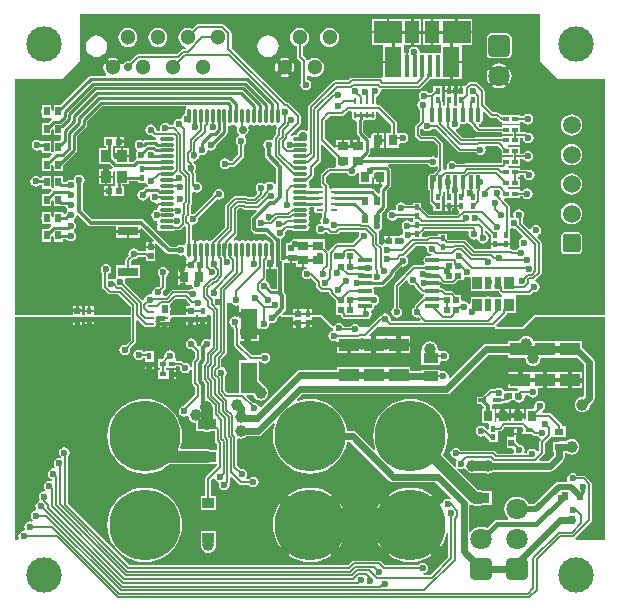
<source format=gtl>
G04*
G04 #@! TF.GenerationSoftware,Altium Limited,Altium Designer,18.0.9 (584)*
G04*
G04 Layer_Physical_Order=1*
G04 Layer_Color=255*
%FSLAX25Y25*%
%MOIN*%
G70*
G01*
G75*
%ADD10C,0.01968*%
%ADD12C,0.02362*%
%ADD13C,0.00984*%
%ADD14C,0.01000*%
%ADD15C,0.00787*%
%ADD16R,0.04626X0.07480*%
%ADD17R,0.09350X0.07480*%
%ADD18R,0.05807X0.10236*%
%ADD19R,0.01772X0.07402*%
%ADD20R,0.01968X0.02953*%
%ADD21R,0.03543X0.03937*%
%ADD22O,0.01181X0.05118*%
%ADD23O,0.05118X0.01181*%
%ADD24O,0.04724X0.01575*%
%ADD25R,0.06693X0.03150*%
%ADD26O,0.00984X0.02559*%
%ADD27R,0.03347X0.04134*%
%ADD28R,0.02362X0.04134*%
%ADD29R,0.04921X0.03347*%
%ADD30R,0.03150X0.02362*%
%ADD31R,0.06496X0.03543*%
%ADD32R,0.02756X0.01181*%
%ADD33R,0.01968X0.02756*%
%ADD34R,0.03937X0.03543*%
%ADD35R,0.05512X0.10236*%
%ADD36R,0.06693X0.04331*%
%ADD37R,0.03543X0.03150*%
%ADD38R,0.02205X0.02047*%
%ADD39R,0.01772X0.01968*%
%ADD40R,0.02047X0.02205*%
%ADD41O,0.01575X0.04724*%
%ADD42R,0.01968X0.01772*%
%ADD43R,0.03150X0.03543*%
%ADD44O,0.02559X0.00984*%
%ADD81C,0.02362*%
%ADD82C,0.00591*%
%ADD83C,0.01181*%
%ADD84C,0.03937*%
%ADD85C,0.01575*%
%ADD86C,0.11811*%
%ADD87C,0.07087*%
G04:AMPARAMS|DCode=88|XSize=70.87mil|YSize=70.87mil|CornerRadius=8.86mil|HoleSize=0mil|Usage=FLASHONLY|Rotation=270.000|XOffset=0mil|YOffset=0mil|HoleType=Round|Shape=RoundedRectangle|*
%AMROUNDEDRECTD88*
21,1,0.07087,0.05315,0,0,270.0*
21,1,0.05315,0.07087,0,0,270.0*
1,1,0.01772,-0.02657,-0.02657*
1,1,0.01772,-0.02657,0.02657*
1,1,0.01772,0.02657,0.02657*
1,1,0.01772,0.02657,-0.02657*
%
%ADD88ROUNDEDRECTD88*%
%ADD89C,0.23622*%
G04:AMPARAMS|DCode=90|XSize=59.06mil|YSize=59.06mil|CornerRadius=7.38mil|HoleSize=0mil|Usage=FLASHONLY|Rotation=90.000|XOffset=0mil|YOffset=0mil|HoleType=Round|Shape=RoundedRectangle|*
%AMROUNDEDRECTD90*
21,1,0.05906,0.04429,0,0,90.0*
21,1,0.04429,0.05906,0,0,90.0*
1,1,0.01476,0.02215,0.02215*
1,1,0.01476,0.02215,-0.02215*
1,1,0.01476,-0.02215,-0.02215*
1,1,0.01476,-0.02215,0.02215*
%
%ADD90ROUNDEDRECTD90*%
%ADD91C,0.05906*%
%ADD92C,0.05118*%
%ADD93C,0.11811*%
%ADD94C,0.03937*%
%ADD95C,0.02756*%
G36*
X175197Y181102D02*
X181102Y175197D01*
X196850D01*
Y96457D01*
X173228D01*
X169291Y92520D01*
X160675D01*
X160431Y93110D01*
X163729Y96409D01*
X163925Y96702D01*
X163994Y97047D01*
X164453Y97342D01*
X166929D01*
Y102657D01*
X166929D01*
X166971Y103231D01*
X171358D01*
X171704Y103299D01*
X171997Y103495D01*
X172689Y104187D01*
X173130Y104099D01*
X173821Y104237D01*
X174407Y104628D01*
X174799Y105214D01*
X174936Y105905D01*
X174799Y106597D01*
X174407Y107183D01*
X173821Y107574D01*
X173717Y107595D01*
X173606Y107815D01*
X173552Y108230D01*
X175352Y110029D01*
X175548Y110322D01*
X175616Y110668D01*
X175616Y110668D01*
Y120560D01*
X175548Y120905D01*
X175352Y121198D01*
X175352Y121198D01*
X174165Y122385D01*
X174360Y123026D01*
X174412Y123036D01*
X174998Y123427D01*
X175389Y124013D01*
X175527Y124705D01*
X175389Y125396D01*
X174998Y125982D01*
X174412Y126374D01*
X173721Y126511D01*
X173029Y126374D01*
X172443Y125982D01*
X172052Y125396D01*
X172041Y125344D01*
X171400Y125150D01*
X169407Y127143D01*
Y129060D01*
X169590Y129335D01*
X169728Y130026D01*
X169590Y130717D01*
X169199Y131303D01*
X168613Y131695D01*
X167922Y131832D01*
X167230Y131695D01*
X166644Y131303D01*
X166253Y130717D01*
X166115Y130026D01*
X166253Y129335D01*
X165861Y128857D01*
X165746Y128834D01*
X165675Y128787D01*
X165084Y129103D01*
Y132640D01*
X165016Y132985D01*
X164820Y133278D01*
X163112Y134986D01*
X163338Y135531D01*
X168405D01*
Y136111D01*
X169249D01*
X169499Y135737D01*
X170085Y135346D01*
X170776Y135208D01*
X171467Y135346D01*
X172053Y135737D01*
X172445Y136323D01*
X172582Y137015D01*
X172445Y137706D01*
X172053Y138292D01*
X171467Y138683D01*
X170776Y138821D01*
X170085Y138683D01*
X169499Y138292D01*
X169249Y137918D01*
X168405D01*
Y138484D01*
X164254D01*
X164254Y138484D01*
X164570Y139075D01*
X168405D01*
Y142027D01*
X167734D01*
Y142618D01*
X168405D01*
Y143191D01*
X169664D01*
X169796Y142524D01*
X170188Y141938D01*
X170774Y141547D01*
X171465Y141409D01*
X172156Y141547D01*
X172742Y141938D01*
X173134Y142524D01*
X173271Y143216D01*
X173134Y143907D01*
X172742Y144493D01*
X172156Y144885D01*
X171465Y145022D01*
X170774Y144885D01*
X170731Y144856D01*
X170621Y144929D01*
X170276Y144998D01*
X168405D01*
Y145571D01*
X164634D01*
X164318Y146161D01*
X164318Y146161D01*
X168405D01*
Y148506D01*
X169536D01*
X169786Y148132D01*
X170372Y147741D01*
X171063Y147603D01*
X171754Y147741D01*
X172340Y148132D01*
X172732Y148718D01*
X172869Y149409D01*
X172732Y150101D01*
X172340Y150687D01*
X171754Y151078D01*
X171063Y151216D01*
X170372Y151078D01*
X169786Y150687D01*
X169536Y150313D01*
X168405D01*
Y152657D01*
X164254D01*
X164254Y152657D01*
X164570Y153248D01*
X168405D01*
Y155593D01*
X169359D01*
X169493Y154919D01*
X169884Y154333D01*
X170470Y153941D01*
X171161Y153804D01*
X171853Y153941D01*
X172439Y154333D01*
X172830Y154919D01*
X172968Y155610D01*
X172830Y156301D01*
X172439Y156887D01*
X171853Y157279D01*
X171161Y157417D01*
X170646Y157314D01*
X170621Y157330D01*
X170276Y157399D01*
X168405D01*
Y159744D01*
X162303D01*
Y159171D01*
X155098D01*
X154639Y159631D01*
X154834Y160270D01*
X155065Y160316D01*
X155521Y160621D01*
X155826Y161076D01*
X155932Y161614D01*
Y164199D01*
X156523Y164444D01*
X158481Y162486D01*
X158774Y162291D01*
X159119Y162222D01*
X159441Y162286D01*
X160521D01*
X161635Y161172D01*
X161928Y160977D01*
X162274Y160908D01*
X162303D01*
Y160335D01*
X168405D01*
Y160908D01*
X169536D01*
X169786Y160534D01*
X170372Y160142D01*
X171063Y160005D01*
X171754Y160142D01*
X172340Y160534D01*
X172732Y161120D01*
X172869Y161811D01*
X172732Y162502D01*
X172340Y163088D01*
X171754Y163480D01*
X171063Y163617D01*
X170372Y163480D01*
X169786Y163088D01*
X169536Y162714D01*
X168405D01*
Y163287D01*
X162303D01*
X162303Y163287D01*
Y163287D01*
X161820Y163542D01*
X161534Y163828D01*
X161241Y164023D01*
X160896Y164092D01*
X159429D01*
X156612Y166910D01*
Y171332D01*
X156543Y171677D01*
X156347Y171970D01*
X154450Y173867D01*
X154157Y174063D01*
X153812Y174132D01*
X151700D01*
X151700Y174132D01*
X151354Y174063D01*
X151061Y173867D01*
X150050Y172856D01*
X149970Y172736D01*
X149213D01*
Y171161D01*
X148819D01*
Y170768D01*
X147343D01*
Y169587D01*
Y166673D01*
X147215Y166096D01*
X146850Y166169D01*
X146486Y166096D01*
X146358Y166673D01*
Y169587D01*
Y170768D01*
X143405D01*
Y167705D01*
X143388Y167618D01*
Y166400D01*
X142798Y166152D01*
X142636Y166310D01*
Y167421D01*
X142567Y167767D01*
X142421Y167984D01*
Y172736D01*
X139469D01*
Y171132D01*
X138727Y170391D01*
X138043D01*
X137793Y170765D01*
X137207Y171157D01*
X136516Y171295D01*
X135825Y171157D01*
X135238Y170765D01*
X134847Y170179D01*
X134709Y169488D01*
X134847Y168797D01*
X134937Y168662D01*
X135232Y168207D01*
X134786Y167905D01*
X134648Y167813D01*
X134256Y167227D01*
X134119Y166535D01*
X134256Y165844D01*
X134648Y165258D01*
X135022Y165008D01*
Y161271D01*
X133613Y159862D01*
X133418Y159569D01*
X133349Y159223D01*
Y156624D01*
X133418Y156279D01*
X133613Y155985D01*
X134824Y154775D01*
X135117Y154579D01*
X135463Y154510D01*
X139488D01*
X140928Y153071D01*
Y149272D01*
X140337Y148998D01*
X139963Y149248D01*
X139272Y149385D01*
X138580Y149248D01*
X138265Y149037D01*
X117960D01*
X117734Y149583D01*
X118202Y150050D01*
X118441Y150409D01*
X118525Y150831D01*
Y151926D01*
X118898Y152362D01*
X119116Y152362D01*
X120669D01*
Y154724D01*
Y157087D01*
X118898D01*
Y155680D01*
X118307Y155501D01*
X118202Y155658D01*
X117568Y156292D01*
X117559Y156298D01*
X116169Y157688D01*
Y161081D01*
X116374Y161389D01*
X116991Y161462D01*
X117323Y161396D01*
X117745Y161480D01*
X117894Y161580D01*
X118307Y161673D01*
X118720Y161580D01*
X118869Y161480D01*
X119291Y161396D01*
X119714Y161480D01*
X120072Y161719D01*
X120311Y162078D01*
X120395Y162500D01*
Y164075D01*
X120569Y164296D01*
X121159Y164331D01*
X125473Y160017D01*
Y157087D01*
X123819D01*
Y152362D01*
X128150D01*
Y153548D01*
X128740Y153832D01*
X129337Y153713D01*
X130028Y153850D01*
X130614Y154242D01*
X131006Y154828D01*
X131143Y155519D01*
X131006Y156211D01*
X130614Y156797D01*
X130028Y157188D01*
X129337Y157326D01*
X128646Y157188D01*
X128150Y157087D01*
Y157087D01*
X128150Y157087D01*
X127480D01*
Y160433D01*
X127403Y160817D01*
X127186Y161143D01*
X121969Y166359D01*
X121644Y166577D01*
X121260Y166653D01*
X120868D01*
X120395Y167224D01*
Y168799D01*
X120377Y168891D01*
X120715Y169522D01*
X120786Y169574D01*
X120868Y169591D01*
X121455Y169983D01*
X121846Y170569D01*
X121984Y171260D01*
X121980Y171278D01*
X122354Y171735D01*
X134816D01*
X135161Y171803D01*
X135454Y171999D01*
X138237Y174782D01*
X138433Y175075D01*
X138457Y175197D01*
X142028D01*
Y175197D01*
X145128D01*
Y180905D01*
X145522D01*
Y181299D01*
X149016D01*
Y186024D01*
X149016Y186614D01*
X149606Y186614D01*
X152559D01*
Y190551D01*
X147293D01*
Y190945D01*
X146900D01*
Y195276D01*
X142618D01*
X142028Y195276D01*
X141437Y195276D01*
X139518D01*
Y190945D01*
Y186614D01*
X141437D01*
X142027Y186614D01*
X142028Y186024D01*
Y183780D01*
X135283D01*
X134976Y184153D01*
X134838Y184845D01*
X134447Y185431D01*
X133861Y185822D01*
X133169Y185960D01*
X132478Y185822D01*
X131892Y185431D01*
X131500Y184845D01*
X131363Y184153D01*
X131102Y183836D01*
Y179488D01*
X130315D01*
Y183780D01*
X129626D01*
Y186024D01*
X129626Y186614D01*
X130217Y186614D01*
X132136D01*
Y190945D01*
Y195276D01*
X130217D01*
X129626Y195276D01*
X129035Y195276D01*
X124754D01*
Y190945D01*
X124360D01*
Y190551D01*
X119095D01*
Y186614D01*
X122047D01*
X122638Y186614D01*
X122638Y186024D01*
Y181299D01*
X126132D01*
Y180512D01*
X122638D01*
Y175770D01*
X122581Y175709D01*
X122047Y175474D01*
X121950Y175539D01*
X121604Y175608D01*
X112251D01*
X111906Y175539D01*
X111613Y175343D01*
X110991Y174722D01*
X106713D01*
X106713Y174722D01*
X106367Y174653D01*
X106074Y174458D01*
X106074Y174458D01*
X98082Y166465D01*
X97886Y166172D01*
X97817Y165827D01*
Y158198D01*
X97227Y157889D01*
X96831Y158153D01*
X96063Y158306D01*
X95295Y158153D01*
X94644Y157718D01*
X94209Y157067D01*
X94099Y156519D01*
X93110D01*
X92649Y156428D01*
X92320Y156208D01*
X91944Y156666D01*
X95001Y159723D01*
X95218Y160049D01*
X95295Y160433D01*
Y162947D01*
X95218Y163331D01*
X95001Y163656D01*
X91567Y167090D01*
X91242Y167307D01*
X90857Y167384D01*
X90334D01*
X72244Y185475D01*
Y190523D01*
X72167Y190907D01*
X71950Y191232D01*
X69874Y193308D01*
X69549Y193526D01*
X69165Y193602D01*
X61240D01*
X60856Y193526D01*
X60531Y193308D01*
X59104Y191881D01*
X58519Y192124D01*
X57697Y192232D01*
X56875Y192124D01*
X56108Y191806D01*
X55450Y191301D01*
X54946Y190644D01*
X54628Y189877D01*
X54520Y189055D01*
X54628Y188233D01*
X54946Y187467D01*
X55450Y186809D01*
X56108Y186304D01*
X56845Y185999D01*
X56878Y185979D01*
X57113Y185360D01*
X56966Y185155D01*
X56223D01*
X56223Y185155D01*
X55878Y185086D01*
X55585Y184891D01*
X55585Y184891D01*
X54097Y183403D01*
X41210D01*
X40865Y183334D01*
X40572Y183139D01*
X38445Y181012D01*
X37795Y181141D01*
X37027Y180988D01*
X36376Y180553D01*
X36221Y180321D01*
X35555Y180386D01*
X35448Y180643D01*
X35427Y180671D01*
X33254Y178498D01*
X32697Y179055D01*
X32140Y178498D01*
X29967Y180671D01*
X29946Y180643D01*
X29628Y179877D01*
X29520Y179055D01*
X29628Y178233D01*
X29946Y177467D01*
X30387Y176891D01*
X30307Y176573D01*
X30143Y176301D01*
X25394D01*
X24971Y176217D01*
X24613Y175977D01*
X15073Y166437D01*
X12992D01*
Y164603D01*
X12402Y164545D01*
X12299Y165061D01*
X12205Y165202D01*
Y166437D01*
X9055D01*
Y165202D01*
X8961Y165061D01*
X8824Y164370D01*
X8961Y163679D01*
X9055Y163538D01*
Y162303D01*
X12037D01*
X12223Y162010D01*
X12303Y161753D01*
X11081Y160531D01*
X9055D01*
Y156398D01*
X12205D01*
Y158245D01*
X12402Y158392D01*
X12992Y158097D01*
Y156398D01*
X15530D01*
Y155083D01*
X15073Y154626D01*
X12992D01*
Y150936D01*
X12795Y150805D01*
X12355Y150986D01*
X12205Y151122D01*
Y154626D01*
X9055D01*
X9055Y154626D01*
X8465Y154623D01*
X8172Y154818D01*
X7480Y154956D01*
X6789Y154818D01*
X6203Y154427D01*
X5811Y153841D01*
X5674Y153150D01*
X5811Y152458D01*
X6203Y151872D01*
X6789Y151481D01*
X7480Y151343D01*
X8172Y151481D01*
X8465Y151676D01*
X9055Y151361D01*
Y150492D01*
X11649D01*
X12017Y150492D01*
X12303Y149942D01*
X11081Y148721D01*
X9055D01*
Y144587D01*
X12205D01*
Y146434D01*
X12402Y146581D01*
X12992Y146286D01*
Y144587D01*
X16142D01*
Y146354D01*
X20564Y150776D01*
X20803Y151134D01*
X20887Y151557D01*
Y156229D01*
X23714Y159055D01*
X23953Y159414D01*
X24037Y159836D01*
Y161144D01*
X29112Y166219D01*
X57060D01*
X57239Y165628D01*
X57219Y165615D01*
X56958Y165225D01*
X56867Y164764D01*
Y163495D01*
X56789Y163480D01*
X56203Y163088D01*
X55811Y162502D01*
X55791Y162399D01*
X55186Y162024D01*
X54756Y162109D01*
X54065Y161972D01*
X53479Y161580D01*
X53087Y160994D01*
X52950Y160303D01*
X52455Y159764D01*
X51750D01*
X51500Y160138D01*
X50914Y160530D01*
X50223Y160667D01*
X49532Y160530D01*
X48946Y160138D01*
X48554Y159552D01*
X48417Y158861D01*
X48531Y158288D01*
X48214Y157697D01*
X47585D01*
X47089Y158230D01*
X46951Y158922D01*
X46560Y159508D01*
X45974Y159899D01*
X45282Y160037D01*
X44591Y159899D01*
X44005Y159508D01*
X43614Y158922D01*
X43476Y158230D01*
X43614Y157539D01*
X44005Y156953D01*
X44591Y156562D01*
X45282Y156424D01*
X45724Y156512D01*
X46080Y156155D01*
X46373Y155959D01*
X46719Y155891D01*
X46965Y155354D01*
X46865Y154942D01*
X43685D01*
X43263Y154858D01*
X42905Y154619D01*
X42832Y154545D01*
X42423Y154818D01*
X41732Y154956D01*
X41041Y154818D01*
X40455Y154427D01*
X40063Y153841D01*
X39926Y153149D01*
X40063Y152458D01*
X40455Y151872D01*
X40565Y151798D01*
X40849Y151277D01*
X40457Y150691D01*
X40319Y150000D01*
X40457Y149308D01*
X40582Y149122D01*
X40323Y148468D01*
X39962Y148227D01*
X39962Y148227D01*
X39295Y147561D01*
X38091D01*
Y149114D01*
X35728D01*
Y149508D01*
X35335D01*
Y152067D01*
X33366D01*
Y149526D01*
X32845Y149247D01*
X32776Y149294D01*
Y152067D01*
X32647D01*
Y152717D01*
X34213D01*
Y154331D01*
Y155945D01*
X29842D01*
Y152717D01*
X30424D01*
Y152067D01*
X28051D01*
Y146949D01*
X31400D01*
X32581Y145768D01*
X32478Y145358D01*
X32354Y145177D01*
X32254Y145177D01*
X30807D01*
Y143012D01*
X32776D01*
Y144316D01*
X33366Y144671D01*
Y140059D01*
X33494D01*
Y139409D01*
X31929D01*
Y137795D01*
Y136181D01*
X36299D01*
Y139409D01*
X35718D01*
Y140059D01*
X38091D01*
Y141112D01*
X41043D01*
Y140650D01*
X43843D01*
X43902Y140352D01*
X44276Y139792D01*
X44247Y139644D01*
X44076Y139201D01*
X43904D01*
X43482Y139117D01*
X43124Y138878D01*
X42441Y138195D01*
X41929Y138093D01*
X41343Y137701D01*
X40951Y137115D01*
X40814Y136424D01*
X40951Y135733D01*
X41343Y135147D01*
X41929Y134755D01*
X42620Y134618D01*
X43312Y134755D01*
X43898Y135147D01*
X44289Y135733D01*
X44329Y135935D01*
X44998Y136267D01*
X45049Y136242D01*
X44948Y135735D01*
X45085Y135044D01*
X45477Y134458D01*
X46063Y134066D01*
X46754Y133929D01*
X46874Y133952D01*
X47418Y133661D01*
X47510Y133201D01*
X47565Y133117D01*
X47723Y132677D01*
X47565Y132237D01*
X47510Y132154D01*
X47418Y131693D01*
X46863Y131454D01*
X46559Y131393D01*
X45973Y131002D01*
X45581Y130416D01*
X45443Y129724D01*
X45581Y129033D01*
X45973Y128447D01*
X46559Y128056D01*
X46863Y127995D01*
X47418Y127756D01*
X47510Y127295D01*
X47565Y127212D01*
X47723Y126772D01*
X47565Y126331D01*
X47510Y126248D01*
X47418Y125787D01*
X47510Y125327D01*
X47771Y124936D01*
X48161Y124675D01*
X48622Y124583D01*
X52559D01*
X53020Y124675D01*
X53195Y124792D01*
X54796D01*
X55141Y124861D01*
X55434Y125057D01*
X56577Y126199D01*
X56856Y126154D01*
X57168Y125986D01*
Y121050D01*
X56958Y120736D01*
X56867Y120276D01*
Y120046D01*
X56276Y119730D01*
X56203Y119779D01*
X55512Y119917D01*
X54821Y119779D01*
X54234Y119387D01*
X54186Y119315D01*
X51877D01*
X43076Y128115D01*
X42685Y128376D01*
X42224Y128468D01*
X42224Y128468D01*
X25794D01*
X22661Y131601D01*
Y140209D01*
X22734Y140258D01*
X23126Y140844D01*
X23263Y141535D01*
X23126Y142227D01*
X22734Y142813D01*
X22148Y143204D01*
X21457Y143342D01*
X20765Y143204D01*
X20179Y142813D01*
X19788Y142227D01*
X19732Y141948D01*
X19320Y141556D01*
X19101Y141569D01*
X18602Y141668D01*
X17911Y141531D01*
X17325Y141139D01*
X17209Y140966D01*
X16142D01*
Y142815D01*
X12992D01*
Y138906D01*
X12797Y138800D01*
X12609Y138843D01*
X12205Y139150D01*
X12205Y142815D01*
X9055D01*
Y142147D01*
X8381D01*
X8265Y142321D01*
X7679Y142712D01*
X6988Y142850D01*
X6297Y142712D01*
X5711Y142321D01*
X5319Y141735D01*
X5182Y141043D01*
X5319Y140352D01*
X5711Y139766D01*
X6297Y139374D01*
X6988Y139237D01*
X7679Y139374D01*
X8265Y139766D01*
X8381Y139939D01*
X9055D01*
Y138681D01*
X11647D01*
X11877Y138681D01*
X12053Y138656D01*
X12223Y138388D01*
X12303Y138131D01*
X11081Y136909D01*
X9055D01*
Y132776D01*
X12205D01*
Y134623D01*
X12402Y134770D01*
X12992Y134475D01*
Y132776D01*
X15471D01*
X15545Y132761D01*
X16862D01*
X16933Y132399D01*
X17325Y131813D01*
X17416Y131753D01*
Y131043D01*
X17325Y130982D01*
X17055Y130578D01*
X16916Y130485D01*
X16732Y130301D01*
X16142Y130546D01*
Y131004D01*
X12992D01*
Y129170D01*
X12402Y129112D01*
X12299Y129628D01*
X12205Y129769D01*
Y131004D01*
X9055D01*
Y129769D01*
X8961Y129628D01*
X8824Y128937D01*
X8961Y128246D01*
X9055Y128105D01*
Y126870D01*
X12037D01*
X12223Y126577D01*
X12303Y126320D01*
X11081Y125098D01*
X9055D01*
Y120965D01*
X12205D01*
Y122812D01*
X12402Y122959D01*
X12992Y122664D01*
Y120965D01*
X16142D01*
Y121829D01*
X17209D01*
X17325Y121656D01*
X17911Y121264D01*
X18602Y121127D01*
X19294Y121264D01*
X19880Y121656D01*
X20271Y122242D01*
X20409Y122933D01*
X20271Y123624D01*
X19880Y124210D01*
X19789Y124271D01*
Y124981D01*
X19880Y125042D01*
X20271Y125628D01*
X20409Y126319D01*
X20271Y127010D01*
X19880Y127596D01*
X19789Y127657D01*
Y128367D01*
X19880Y128427D01*
X20271Y129013D01*
X20393Y129628D01*
X20652Y129780D01*
X20976Y129880D01*
X24444Y126412D01*
X24444Y126412D01*
X24834Y126151D01*
X25295Y126059D01*
X33858D01*
Y124803D01*
X37795D01*
X41732D01*
Y125281D01*
X42278Y125507D01*
X46295Y121491D01*
X46069Y120945D01*
X45669D01*
Y119646D01*
X46890D01*
Y120124D01*
X47435Y120350D01*
X50526Y117259D01*
X50917Y116998D01*
X51378Y116906D01*
X54186D01*
X54234Y116833D01*
X54821Y116441D01*
X55512Y116304D01*
X56203Y116441D01*
X56276Y116490D01*
X56532Y116425D01*
X56895Y116194D01*
X56958Y115878D01*
X57219Y115487D01*
X57506Y115295D01*
X57446Y114803D01*
X57408Y114705D01*
X56910D01*
Y113484D01*
X58602D01*
Y112697D01*
X56910D01*
X56909Y111476D01*
X56343Y111417D01*
X54331D01*
Y109449D01*
X56496D01*
Y109055D01*
X56890D01*
Y106693D01*
X58477D01*
X58661Y106693D01*
X59135Y106411D01*
X59158Y106297D01*
X59489Y105801D01*
X59376Y105405D01*
X59257Y105196D01*
X58804Y105106D01*
X58221Y104716D01*
X57990Y104870D01*
X57645Y104939D01*
X52822D01*
X52476Y104870D01*
X52183Y104674D01*
X50381Y102872D01*
X49646D01*
X49332Y103462D01*
X49446Y104041D01*
X49382Y104363D01*
X50220Y105201D01*
X50437Y105527D01*
X50514Y105911D01*
Y109274D01*
X50788Y109457D01*
X51179Y110043D01*
X51317Y110734D01*
X51179Y111425D01*
X50788Y112011D01*
X50201Y112403D01*
X49510Y112540D01*
X48819Y112403D01*
X48233Y112011D01*
X47841Y111425D01*
X47704Y110734D01*
X47841Y110043D01*
X48233Y109457D01*
X48507Y109274D01*
Y106326D01*
X47963Y105783D01*
X47640Y105847D01*
X46949Y105709D01*
X46363Y105318D01*
X45971Y104732D01*
X45834Y104041D01*
X45866Y103881D01*
X45357Y103408D01*
X44998Y103480D01*
X44307Y103342D01*
X43721Y102951D01*
X43330Y102365D01*
X43192Y101673D01*
X42640Y101423D01*
X42460Y101442D01*
X36760Y107143D01*
X36847Y107584D01*
X36710Y108275D01*
X36668Y108337D01*
X36947Y108858D01*
X41732D01*
Y113189D01*
X38699D01*
Y114390D01*
X39470Y115162D01*
X39665Y115123D01*
X40357Y115260D01*
X40943Y115652D01*
X41193Y116026D01*
X43429D01*
X43661Y115794D01*
Y114488D01*
X46890D01*
Y117559D01*
Y118858D01*
X45276D01*
X43661D01*
Y117832D01*
X41193D01*
X40943Y118206D01*
X40357Y118598D01*
X39665Y118736D01*
X38974Y118598D01*
X38388Y118206D01*
X37997Y117620D01*
X37859Y116929D01*
X37996Y116242D01*
X37157Y115402D01*
X36961Y115109D01*
X36892Y114764D01*
Y113189D01*
X33858D01*
Y108924D01*
X33764Y108861D01*
X33602Y108620D01*
X32844Y108416D01*
X32778Y108460D01*
X32087Y108598D01*
X31513Y108484D01*
X30923Y108801D01*
Y110008D01*
X31105Y110044D01*
X31691Y110435D01*
X32082Y111021D01*
X32220Y111713D01*
X32082Y112404D01*
X31691Y112990D01*
X31105Y113382D01*
X30413Y113519D01*
X29722Y113382D01*
X29136Y112990D01*
X28745Y112404D01*
X28607Y111713D01*
X28745Y111021D01*
X29116Y110465D01*
Y105935D01*
X29185Y105590D01*
X29381Y105297D01*
X30980Y103697D01*
X31273Y103501D01*
X31619Y103433D01*
X34574D01*
X38664Y99343D01*
Y96457D01*
X26280D01*
Y97539D01*
X24803D01*
X23327D01*
Y96457D01*
X22480D01*
Y97598D01*
X20866D01*
X19252D01*
Y96457D01*
X0D01*
Y175197D01*
X15748D01*
X21654Y181102D01*
Y196850D01*
X175197D01*
Y181102D01*
D02*
G37*
G36*
X151431Y160316D02*
X151450Y160312D01*
X151623Y160197D01*
X151842Y160153D01*
X152572Y159423D01*
X152618Y159194D01*
X152814Y158901D01*
X154086Y157629D01*
X154379Y157433D01*
X154724Y157364D01*
X154725Y157365D01*
X162303D01*
Y156791D01*
X165928D01*
Y156201D01*
X162303D01*
Y155824D01*
X153871D01*
X153525Y155756D01*
X153334Y155628D01*
X149193D01*
X146931Y157889D01*
X147126Y158530D01*
X147352Y158575D01*
X147938Y158967D01*
X148330Y159553D01*
X148403Y159920D01*
X148539Y160035D01*
X149005Y160283D01*
X149031Y160284D01*
X149409Y160209D01*
X149947Y160316D01*
X150403Y160621D01*
X150975D01*
X151431Y160316D01*
D02*
G37*
G36*
X87054Y159770D02*
X87118Y159727D01*
X87141Y159709D01*
X87215Y159594D01*
X87348Y159070D01*
X87256Y158932D01*
X87187Y158587D01*
Y156801D01*
X86369Y155983D01*
X86173Y155690D01*
X86105Y155345D01*
Y155015D01*
X85514Y154700D01*
X85337Y154818D01*
X84645Y154956D01*
X83954Y154818D01*
X83368Y154427D01*
X82977Y153841D01*
X82839Y153149D01*
X82977Y152458D01*
X83368Y151872D01*
X83441Y151823D01*
Y149761D01*
X83441Y149761D01*
X83533Y149301D01*
X83794Y148910D01*
X87182Y145522D01*
Y140366D01*
X86591Y140187D01*
X86415Y140451D01*
X85829Y140842D01*
X85138Y140980D01*
X84447Y140842D01*
X83860Y140451D01*
X83842Y140422D01*
X83080Y140345D01*
X82778Y140547D01*
X82087Y140684D01*
X81395Y140547D01*
X80809Y140155D01*
X80418Y139569D01*
X80280Y138878D01*
X80418Y138187D01*
X80809Y137601D01*
X80777Y136912D01*
X79708Y135844D01*
X77996D01*
X77867Y135973D01*
X77574Y136169D01*
X77228Y136238D01*
X73559D01*
X73213Y136169D01*
X72921Y135973D01*
X70326Y133379D01*
X70130Y133086D01*
X70061Y132740D01*
Y125800D01*
X65690Y121429D01*
X65484Y121388D01*
X65401Y121333D01*
X64961Y121175D01*
X64520Y121333D01*
X64437Y121388D01*
X63976Y121480D01*
X63516Y121388D01*
X63432Y121333D01*
X62992Y121175D01*
X62552Y121333D01*
X62469Y121388D01*
X62008Y121480D01*
X61547Y121388D01*
X61464Y121333D01*
X61024Y121175D01*
X60583Y121333D01*
X60500Y121388D01*
X60433Y121402D01*
Y118307D01*
X59646D01*
Y121402D01*
X59579Y121388D01*
X59565Y121379D01*
X58974Y121695D01*
Y126414D01*
X59255Y126645D01*
X59946Y126782D01*
X60532Y127174D01*
X60924Y127760D01*
X61061Y128451D01*
X61025Y128634D01*
X67422Y135031D01*
X68015Y134913D01*
X68706Y135050D01*
X69292Y135442D01*
X69684Y136028D01*
X69822Y136719D01*
X69684Y137410D01*
X69292Y137997D01*
X68706Y138388D01*
X68015Y138526D01*
X67324Y138388D01*
X66738Y137997D01*
X66346Y137410D01*
X66209Y136719D01*
X66219Y136667D01*
X59718Y130165D01*
X59255Y130257D01*
X59040Y130215D01*
X58583Y130589D01*
Y132835D01*
X58867Y133118D01*
X59063Y133411D01*
X59131Y133757D01*
Y137310D01*
X59722Y137625D01*
X60040Y137413D01*
X60731Y137275D01*
X61423Y137413D01*
X62009Y137804D01*
X62400Y138390D01*
X62538Y139082D01*
X62400Y139773D01*
X62009Y140359D01*
X61423Y140751D01*
X60731Y140888D01*
X60313Y141232D01*
Y143668D01*
X60244Y144014D01*
X60048Y144307D01*
X60229Y144827D01*
X60330Y144978D01*
X60468Y145669D01*
X60330Y146360D01*
X59939Y146946D01*
X59353Y147338D01*
X59583Y147840D01*
X59623Y147903D01*
X59646Y147898D01*
X59789Y147927D01*
X59842Y147916D01*
X60188Y147985D01*
X60233Y148015D01*
X60337Y148036D01*
X60923Y148427D01*
X61314Y149013D01*
X61417Y149528D01*
X61594Y149770D01*
X62004Y149957D01*
X62458Y149867D01*
X63149Y150004D01*
X63735Y150396D01*
X64127Y150982D01*
X64153Y151112D01*
X64663Y151481D01*
X65354Y151343D01*
X66046Y151481D01*
X66632Y151872D01*
X67023Y152458D01*
X67161Y153150D01*
X67120Y153354D01*
X70662Y156897D01*
X70902Y157255D01*
X70986Y157677D01*
Y159274D01*
X71094Y159392D01*
X71576Y159677D01*
X71850Y159623D01*
X72311Y159714D01*
X72394Y159770D01*
X72835Y159928D01*
X73275Y159770D01*
X73358Y159714D01*
X73819Y159623D01*
X74166Y159089D01*
X74130Y159036D01*
X73977Y158268D01*
X74130Y157500D01*
X74565Y156849D01*
X74654Y156789D01*
X74672Y156566D01*
X74590Y156121D01*
X74116Y155805D01*
X73725Y155219D01*
X73587Y154528D01*
X73725Y153836D01*
X74116Y153250D01*
X74390Y153067D01*
Y150011D01*
X72749Y148370D01*
X72716Y148347D01*
X72321Y147952D01*
X71539D01*
X71356Y148226D01*
X70770Y148618D01*
X70079Y148755D01*
X69388Y148618D01*
X68801Y148226D01*
X68410Y147640D01*
X68272Y146949D01*
X68410Y146258D01*
X68801Y145671D01*
X69388Y145280D01*
X70079Y145142D01*
X70770Y145280D01*
X71356Y145671D01*
X71539Y145945D01*
X72736D01*
X73120Y146022D01*
X73446Y146239D01*
X74112Y146906D01*
X74146Y146928D01*
X76103Y148886D01*
X76321Y149211D01*
X76397Y149595D01*
Y153067D01*
X76671Y153250D01*
X77063Y153836D01*
X77200Y154528D01*
X77063Y155219D01*
X76671Y155805D01*
X76752Y156413D01*
X77403Y156849D01*
X77838Y157500D01*
X77991Y158268D01*
X77838Y159036D01*
X77828Y159052D01*
X78110Y159693D01*
X78217Y159714D01*
X78300Y159770D01*
X78740Y159928D01*
X79180Y159770D01*
X79264Y159714D01*
X79724Y159623D01*
X80185Y159714D01*
X80268Y159770D01*
X80709Y159928D01*
X81149Y159770D01*
X81232Y159714D01*
X81693Y159623D01*
X82154Y159714D01*
X82237Y159770D01*
X82677Y159928D01*
X83117Y159770D01*
X83201Y159714D01*
X83661Y159623D01*
X84122Y159714D01*
X84205Y159770D01*
X84646Y159928D01*
X85086Y159770D01*
X85169Y159714D01*
X85630Y159623D01*
X86091Y159714D01*
X86174Y159770D01*
X86614Y159928D01*
X87054Y159770D01*
D02*
G37*
G36*
X147839Y151035D02*
X148132Y150839D01*
X148477Y150770D01*
X153689D01*
X153939Y150396D01*
X154525Y150004D01*
X155217Y149867D01*
X155908Y150004D01*
X156494Y150396D01*
X156885Y150982D01*
X157023Y151673D01*
X156909Y152246D01*
X157226Y152837D01*
X160945D01*
X162303Y151479D01*
Y149705D01*
X165928D01*
Y149114D01*
X162303D01*
Y147340D01*
X162224Y147261D01*
X150295D01*
X149950Y147193D01*
X149657Y146997D01*
X149626Y146966D01*
X147405D01*
X147154Y147340D01*
X146569Y147732D01*
X145877Y147869D01*
X145186Y147732D01*
X144600Y147340D01*
X144208Y146754D01*
X144071Y146063D01*
X144185Y145490D01*
X143891Y144942D01*
X143446Y144899D01*
X143405D01*
X143369Y144892D01*
X143318Y144887D01*
X142796Y145228D01*
X142734Y145322D01*
Y153445D01*
X142665Y153790D01*
X142469Y154084D01*
X140501Y156052D01*
X140208Y156248D01*
X139862Y156317D01*
X135837D01*
X135155Y156998D01*
Y158373D01*
X135391Y158548D01*
X136141Y158410D01*
X136229Y158278D01*
X136816Y157886D01*
X137507Y157749D01*
X138198Y157886D01*
X138784Y158278D01*
X139034Y158652D01*
X140221D01*
X147839Y151035D01*
D02*
G37*
G36*
X111891Y164548D02*
X112282Y164075D01*
Y162500D01*
X112366Y162078D01*
X112605Y161719D01*
X112963Y161480D01*
X113386Y161396D01*
X113961Y160926D01*
Y157231D01*
X114045Y156809D01*
X114284Y156451D01*
X115170Y155565D01*
X114961Y155061D01*
Y152854D01*
X114173D01*
Y155020D01*
X112205D01*
Y155020D01*
X111811D01*
Y155020D01*
X109843D01*
Y152854D01*
X109449D01*
Y152461D01*
X107025D01*
X106541Y152260D01*
X103366Y155435D01*
Y161198D01*
X104943Y162776D01*
X109055D01*
X109439Y162852D01*
X109765Y163070D01*
X111263Y164568D01*
X111891Y164548D01*
D02*
G37*
G36*
X137994Y146301D02*
X138580Y145910D01*
X139272Y145772D01*
X139963Y145910D01*
X140337Y146160D01*
X140928Y145886D01*
Y145162D01*
X139441Y143675D01*
X139173Y143728D01*
X138636Y143621D01*
X138180Y143316D01*
X137875Y142860D01*
X137768Y142323D01*
Y139173D01*
X137875Y138636D01*
X138180Y138180D01*
X138270Y138119D01*
Y134377D01*
X138339Y134031D01*
X138535Y133739D01*
X139469Y132805D01*
Y131201D01*
X142421D01*
Y135952D01*
X142567Y136170D01*
X142636Y136516D01*
X142636Y136516D01*
Y137537D01*
X143226Y137785D01*
X143388Y137627D01*
Y136319D01*
X143405Y136232D01*
Y133169D01*
X144882D01*
X146358D01*
Y134153D01*
Y137264D01*
X146457Y137708D01*
Y140748D01*
X147244D01*
Y137708D01*
X147343Y137264D01*
Y134153D01*
Y133169D01*
X148819D01*
Y132382D01*
X147343D01*
Y131201D01*
X147982D01*
X148208Y130655D01*
X147491Y129939D01*
X138169D01*
X135531Y132577D01*
Y133957D01*
X132579D01*
Y133285D01*
X130300D01*
X130116Y133561D01*
X129530Y133952D01*
X128839Y134090D01*
X128147Y133952D01*
X127561Y133561D01*
X127170Y132975D01*
X127032Y132283D01*
X127143Y131725D01*
X126805Y131406D01*
X126665Y131335D01*
X126577Y131393D01*
X125886Y131531D01*
X125195Y131393D01*
X124609Y131002D01*
X124217Y130416D01*
X124080Y129724D01*
X124217Y129033D01*
X124609Y128447D01*
X125195Y128056D01*
X125886Y127918D01*
X126577Y128056D01*
X127163Y128447D01*
X127413Y128821D01*
X132579D01*
Y127893D01*
X132283Y127624D01*
X132091Y127563D01*
X131505Y127954D01*
X130814Y128092D01*
X130122Y127954D01*
X129536Y127563D01*
X129145Y126977D01*
X129007Y126286D01*
X129145Y125594D01*
X129536Y125008D01*
X129460Y124349D01*
X129243Y124024D01*
X129105Y123333D01*
X128806Y123033D01*
X128642Y123066D01*
X127951Y122929D01*
X127869Y122874D01*
X125138D01*
Y121260D01*
X124744D01*
Y120866D01*
X123051D01*
Y120069D01*
X122509Y119707D01*
X122212Y119855D01*
X121382Y120685D01*
Y123419D01*
X121382Y123419D01*
X121313Y123765D01*
X121302Y123781D01*
X121451Y124382D01*
X121538Y124467D01*
X122045Y124805D01*
X122437Y125391D01*
X122574Y126083D01*
X122437Y126774D01*
X122343Y126915D01*
Y130526D01*
X123418Y131601D01*
X123506Y131733D01*
X123615Y131842D01*
X123854Y132200D01*
X123939Y132622D01*
Y137830D01*
X125190Y139082D01*
X125429Y139440D01*
X125513Y139862D01*
Y144740D01*
X125429Y145162D01*
X125190Y145520D01*
X124556Y146155D01*
X124430Y146239D01*
X124609Y146829D01*
X137642D01*
X137994Y146301D01*
D02*
G37*
G36*
X114665Y143839D02*
Y140157D01*
X118996D01*
Y142334D01*
X119073Y142380D01*
X119587Y142089D01*
Y140157D01*
X121358D01*
Y142520D01*
X122146D01*
Y140157D01*
X122372D01*
X122598Y139612D01*
X122054Y139068D01*
X121815Y138710D01*
X121731Y138287D01*
Y137216D01*
X121140Y136972D01*
X119733Y138379D01*
X119375Y138618D01*
X118952Y138702D01*
X105610D01*
X105332Y138647D01*
X104889Y138894D01*
X104742Y139031D01*
Y139400D01*
X104673Y139745D01*
X104477Y140038D01*
X103763Y140753D01*
Y142418D01*
X105139Y143794D01*
X110810D01*
X111130Y143316D01*
X111716Y142925D01*
X112407Y142787D01*
X113098Y142925D01*
X113684Y143316D01*
X114076Y143902D01*
X114665Y143839D01*
D02*
G37*
G36*
X107087Y148876D02*
Y145768D01*
X106565Y145601D01*
X104765D01*
X104419Y145532D01*
X104126Y145336D01*
X102221Y143431D01*
X102025Y143138D01*
X101956Y142792D01*
Y140499D01*
X101936Y140399D01*
X102005Y140053D01*
X102201Y139760D01*
X102705Y139256D01*
X102498Y138786D01*
X102424Y138702D01*
X98600D01*
X98482Y138811D01*
X98197Y139293D01*
X98251Y139567D01*
X98160Y140028D01*
X98104Y140111D01*
X97946Y140551D01*
X98104Y140991D01*
X98160Y141075D01*
X98204Y141295D01*
X99359Y142451D01*
X99359Y142451D01*
X99555Y142744D01*
X99624Y143089D01*
X99624Y143089D01*
Y145492D01*
X101721Y147590D01*
X101917Y147883D01*
X101986Y148228D01*
Y153205D01*
X102531Y153431D01*
X107087Y148876D01*
D02*
G37*
G36*
X99586Y132414D02*
X99836Y131967D01*
X99782Y131693D01*
X99866Y131271D01*
X100105Y130912D01*
X100463Y130673D01*
X100886Y130589D01*
X102455D01*
Y129293D01*
X102369Y129236D01*
X101978Y128650D01*
X101840Y127959D01*
X101978Y127268D01*
X101844Y126944D01*
X101479Y126872D01*
X100893Y126480D01*
X100502Y125894D01*
X100364Y125203D01*
X100502Y124512D01*
X100893Y123926D01*
X101479Y123534D01*
X102170Y123397D01*
X102862Y123534D01*
X103448Y123926D01*
X103568Y124106D01*
X104225Y124154D01*
X104700Y123679D01*
X104993Y123483D01*
X105339Y123414D01*
X107160D01*
X107506Y123483D01*
X107799Y123679D01*
X108420Y124300D01*
X114577D01*
X114640Y124238D01*
X114660Y124214D01*
X114835Y123624D01*
X114774Y123532D01*
X114636Y122841D01*
X114684Y122600D01*
X112517Y120433D01*
X107467D01*
X107083Y120356D01*
X106758Y120139D01*
X104605Y117986D01*
X104506Y117976D01*
X103543Y118939D01*
Y121850D01*
X98819D01*
Y121850D01*
X98524D01*
Y121850D01*
X93799D01*
Y121850D01*
X93405Y121885D01*
X93220Y121848D01*
X92714Y121748D01*
X92128Y121356D01*
X91737Y120770D01*
X91674Y120453D01*
X90413D01*
Y117067D01*
Y116083D01*
X92028D01*
Y115689D01*
X92421D01*
Y113996D01*
X93642Y113996D01*
X93799Y113471D01*
Y112598D01*
X95768D01*
Y114764D01*
X96555D01*
Y112598D01*
X97208D01*
X97266Y112008D01*
X96750Y111905D01*
X96164Y111513D01*
X95772Y110927D01*
X95635Y110236D01*
X95772Y109545D01*
X96164Y108959D01*
X96750Y108567D01*
X97441Y108430D01*
X98132Y108567D01*
X98643Y108908D01*
X100376Y107175D01*
Y106329D01*
X100445Y105983D01*
X100641Y105690D01*
X101852Y104479D01*
X102145Y104284D01*
X102490Y104215D01*
X104774D01*
X104909Y104079D01*
Y103873D01*
X104978Y103528D01*
X105174Y103235D01*
X107008Y101401D01*
Y99961D01*
X107008D01*
Y99646D01*
X107008D01*
Y96417D01*
X108880D01*
Y96220D01*
X108949Y95875D01*
X109145Y95582D01*
X109243Y95483D01*
X109536Y95288D01*
X109882Y95219D01*
X116477D01*
X116533Y95182D01*
X117224Y95044D01*
X117916Y95182D01*
X118502Y95573D01*
X118893Y96159D01*
X119031Y96850D01*
X118893Y97542D01*
X118880Y97562D01*
X119106Y98286D01*
X119300Y98416D01*
X119605Y98872D01*
X119712Y99409D01*
X120202Y99973D01*
X120382Y100009D01*
X120968Y100401D01*
X121360Y100987D01*
X121497Y101678D01*
X121360Y102369D01*
X120968Y102955D01*
X120382Y103347D01*
X119944Y103434D01*
X119639Y103935D01*
X119630Y103966D01*
X119618Y104055D01*
X119712Y104528D01*
X119605Y105065D01*
X119407Y105362D01*
X119611Y105885D01*
X119669Y105952D01*
X122266D01*
X122688Y106036D01*
X123047Y106275D01*
X126279Y109508D01*
X126518Y109866D01*
X126602Y110288D01*
Y110474D01*
X128886Y112758D01*
X129337Y112668D01*
X130028Y112805D01*
X130614Y113197D01*
X131006Y113783D01*
X131143Y114474D01*
X131006Y115165D01*
X130614Y115751D01*
X130593Y115765D01*
X130535Y116353D01*
X133653Y119471D01*
X136868D01*
X137324Y118880D01*
X137268Y118602D01*
X137406Y117911D01*
X137797Y117325D01*
X138383Y116934D01*
X139021Y116807D01*
X139100Y116760D01*
X139100Y116759D01*
X138788Y116169D01*
X137598D01*
X137061Y116062D01*
X136605Y115757D01*
X136300Y115301D01*
X136194Y114764D01*
X136300Y114226D01*
X136605Y113770D01*
Y113673D01*
X136052Y113108D01*
X133169D01*
X133169Y113108D01*
X132824Y113039D01*
X132531Y112843D01*
X132531Y112843D01*
X126631Y106944D01*
X126436Y106651D01*
X126367Y106305D01*
Y98973D01*
X125993Y98723D01*
X125601Y98137D01*
X125464Y97446D01*
X125601Y96754D01*
X125993Y96168D01*
X126579Y95777D01*
X127270Y95639D01*
X127961Y95777D01*
X128547Y96168D01*
X128939Y96754D01*
X129076Y97446D01*
X128939Y98137D01*
X128547Y98723D01*
X128173Y98973D01*
Y105931D01*
X130501Y108259D01*
X130684Y108232D01*
X131104Y108027D01*
X131212Y107483D01*
X131603Y106897D01*
X132189Y106506D01*
X132880Y106368D01*
X133230Y106438D01*
X133450Y106218D01*
X133516Y105885D01*
X133712Y105592D01*
X135415Y103889D01*
X135415Y103889D01*
X135708Y103693D01*
X136053Y103624D01*
X136171D01*
X136341Y103376D01*
X136357Y103301D01*
X136205Y102629D01*
X136172Y102607D01*
X136172Y102607D01*
X133515Y99950D01*
X133319Y99657D01*
X133250Y99311D01*
Y98968D01*
X132876Y98718D01*
X132485Y98132D01*
X132347Y97441D01*
X132485Y96750D01*
X132876Y96164D01*
X133462Y95772D01*
X134153Y95635D01*
X134595Y95722D01*
X135266Y95051D01*
X135040Y94506D01*
X125679D01*
X125269Y94971D01*
X125330Y95276D01*
X125192Y95967D01*
X124801Y96553D01*
X124215Y96944D01*
X123524Y97082D01*
X122832Y96944D01*
X122246Y96553D01*
X121974Y96144D01*
X121800Y96110D01*
X121507Y95914D01*
X118113Y92520D01*
X115097D01*
X114767Y93014D01*
X114181Y93406D01*
X113490Y93543D01*
X112799Y93406D01*
X112213Y93014D01*
X111962Y92640D01*
X109866D01*
X109849Y92729D01*
X109457Y93315D01*
X108871Y93707D01*
X108180Y93844D01*
X107489Y93707D01*
X106903Y93315D01*
X106677Y92977D01*
X106025Y92851D01*
X105949Y92870D01*
X102362Y96457D01*
X99213D01*
Y96555D01*
X97736D01*
Y96949D01*
X97342D01*
Y98524D01*
X96260D01*
X96102Y98602D01*
Y98602D01*
X94882D01*
Y96909D01*
X94488D01*
Y96516D01*
X92874D01*
Y96457D01*
X89378D01*
X89152Y97002D01*
X90029Y97880D01*
X90290Y98270D01*
X90382Y98731D01*
Y103008D01*
X90290Y103468D01*
X90029Y103859D01*
X90029Y103859D01*
X89663Y104225D01*
X89693Y104374D01*
X89693Y104374D01*
Y111772D01*
X89842D01*
Y113949D01*
X90413Y113996D01*
Y113996D01*
X91634D01*
Y115295D01*
X90413D01*
Y115048D01*
X89842Y115000D01*
Y115000D01*
X88803D01*
Y118307D01*
Y121463D01*
X88796Y121497D01*
X89081Y122156D01*
X89667Y122548D01*
X90059Y123134D01*
X90197Y123825D01*
X90109Y124266D01*
X90727Y124884D01*
X92336D01*
X92649Y124675D01*
X93110Y124583D01*
X97047D01*
X97508Y124675D01*
X97899Y124936D01*
X98160Y125327D01*
X98251Y125787D01*
X98160Y126248D01*
X97899Y126639D01*
Y126904D01*
X98160Y127295D01*
X98251Y127756D01*
X98160Y128217D01*
X98104Y128300D01*
X97946Y128740D01*
X98104Y129180D01*
X98160Y129264D01*
X98251Y129724D01*
X98160Y130185D01*
X98104Y130268D01*
X97946Y130709D01*
X98104Y131149D01*
X98160Y131232D01*
X98251Y131693D01*
X98197Y131967D01*
X98482Y132449D01*
X98600Y132557D01*
X99451D01*
X99586Y132414D01*
D02*
G37*
G36*
X76005Y131940D02*
X76005Y131940D01*
X76298Y131744D01*
X76644Y131676D01*
X76644Y131676D01*
X77362D01*
X77377Y131678D01*
X77392Y131676D01*
X80435D01*
X80680Y131085D01*
X78975Y129380D01*
X78714Y128990D01*
X78623Y128529D01*
X78623Y128529D01*
Y125291D01*
X78623Y125291D01*
X78714Y124830D01*
X78975Y124440D01*
X79562Y123853D01*
X79562Y123853D01*
X79953Y123592D01*
X80413Y123501D01*
X83671D01*
X85119Y122053D01*
X85017Y121469D01*
X84503Y121226D01*
X84205Y121333D01*
X84122Y121388D01*
X83661Y121480D01*
X83201Y121388D01*
X83117Y121333D01*
X82677Y121175D01*
X82237Y121333D01*
X82154Y121388D01*
X81693Y121480D01*
X81232Y121388D01*
X81149Y121333D01*
X80709Y121175D01*
X80268Y121333D01*
X80185Y121388D01*
X79724Y121480D01*
X79264Y121388D01*
X79180Y121333D01*
X78740Y121175D01*
X78300Y121333D01*
X78217Y121388D01*
X77756Y121480D01*
X77295Y121388D01*
X77212Y121333D01*
X76772Y121175D01*
X76331Y121333D01*
X76248Y121388D01*
X75787Y121480D01*
X75327Y121388D01*
X75243Y121333D01*
X74803Y121175D01*
X74363Y121333D01*
X74280Y121388D01*
X73819Y121480D01*
X73358Y121388D01*
X73275Y121333D01*
X73067Y121468D01*
X72988Y122224D01*
X73965Y123201D01*
X74161Y123494D01*
X74230Y123840D01*
Y131388D01*
X74912Y132069D01*
X75876D01*
X76005Y131940D01*
D02*
G37*
G36*
X158661Y123329D02*
Y120571D01*
X160138D01*
Y119783D01*
X158661D01*
Y118602D01*
X158104Y118521D01*
X153321D01*
X150430Y121412D01*
X150137Y121608D01*
X149792Y121677D01*
X144436D01*
X144095Y122018D01*
Y123622D01*
X141142D01*
Y122950D01*
X137926D01*
X137581Y122882D01*
X137288Y122686D01*
X137060Y122458D01*
X135630D01*
Y123454D01*
X136564Y124388D01*
X136698Y124589D01*
X151004D01*
X151324Y123998D01*
X151211Y123432D01*
X151348Y122740D01*
X151740Y122154D01*
X152326Y121763D01*
X153017Y121625D01*
X153708Y121763D01*
X153771Y121804D01*
X154427Y121532D01*
X154441Y121460D01*
X154833Y120874D01*
X155419Y120483D01*
X156110Y120345D01*
X156801Y120483D01*
X157387Y120874D01*
X157779Y121460D01*
X157916Y122152D01*
X157779Y122843D01*
X157387Y123429D01*
X156809Y123816D01*
Y124410D01*
X157354Y124636D01*
X158661Y123329D01*
D02*
G37*
G36*
X165746Y125496D02*
X166437Y125359D01*
X166878Y125447D01*
X169418Y122907D01*
X169224Y122266D01*
X169092Y122240D01*
X168506Y121848D01*
X168115Y121262D01*
X167977Y120571D01*
X168115Y119880D01*
X168326Y119562D01*
X168092Y118914D01*
X168018Y118899D01*
X167432Y118507D01*
X167182Y118133D01*
X166119D01*
X165995Y118257D01*
X165702Y118453D01*
X165596Y118474D01*
X165059Y118602D01*
Y119783D01*
X163583D01*
Y120571D01*
X165059D01*
Y123601D01*
X165084Y123728D01*
Y125228D01*
X165675Y125544D01*
X165746Y125496D01*
D02*
G37*
G36*
X150795Y109124D02*
X151378Y109240D01*
X151969Y108928D01*
Y104429D01*
X161248D01*
X161272Y104307D01*
X161468Y104014D01*
X161987Y103495D01*
X162280Y103299D01*
X162538Y103248D01*
X162480Y102657D01*
X158377D01*
X158376Y102658D01*
X157685Y102796D01*
X156994Y102658D01*
X156993Y102657D01*
X151969D01*
Y100470D01*
X151378Y100290D01*
X151179Y100588D01*
X150593Y100980D01*
X149902Y101117D01*
X149488Y101035D01*
X148898Y101427D01*
Y103189D01*
X147176D01*
X146242Y104123D01*
X145949Y104319D01*
X145603Y104387D01*
X143839D01*
X143060Y105166D01*
X142767Y105362D01*
X142421Y105431D01*
X141802D01*
X141742Y105521D01*
Y106093D01*
X142046Y106549D01*
X142080Y106721D01*
X142282Y106848D01*
X142729Y106953D01*
X142886Y106848D01*
X143232Y106779D01*
X143232Y106779D01*
X146238D01*
X146584Y106848D01*
X146877Y107044D01*
X147865Y108031D01*
X149587D01*
Y108985D01*
X149936Y109172D01*
X150177Y109247D01*
X150795Y109124D01*
D02*
G37*
G36*
X85472Y111772D02*
X87284D01*
Y105139D01*
X85703D01*
X84939Y105903D01*
X84980Y106107D01*
X84842Y106799D01*
X84451Y107385D01*
X83965Y107710D01*
X83847Y107873D01*
X83753Y108401D01*
X83811Y108488D01*
X83880Y108834D01*
Y111772D01*
X84685D01*
Y113386D01*
X85472D01*
Y111772D01*
D02*
G37*
G36*
X58387Y100346D02*
X58492Y100276D01*
X58312Y99685D01*
X57047D01*
Y98386D01*
X58661D01*
Y97598D01*
X57047D01*
Y96457D01*
X52142D01*
X51811Y97012D01*
X51813Y97047D01*
X51891Y97441D01*
X51825Y97772D01*
X51866Y97832D01*
X52003Y98524D01*
X51866Y99215D01*
X51856Y99230D01*
X51891Y99410D01*
X51807Y99832D01*
X51868Y100139D01*
X51883Y100149D01*
X53685Y101951D01*
X56781D01*
X58387Y100346D01*
D02*
G37*
G36*
X72447Y100204D02*
X73033Y99813D01*
X73724Y99675D01*
X74369Y99803D01*
X74606Y99284D01*
Y96179D01*
X74016Y95863D01*
X73959Y95901D01*
X73268Y96039D01*
X72576Y95901D01*
X71990Y95510D01*
X71599Y94924D01*
X71461Y94232D01*
X71599Y93541D01*
X71990Y92955D01*
X72576Y92563D01*
X72719Y92535D01*
Y92392D01*
X72788Y92046D01*
X72983Y91753D01*
X73211Y91525D01*
Y86614D01*
X73280Y86269D01*
X73475Y85975D01*
X77463Y81988D01*
X77218Y81398D01*
X74606D01*
Y70588D01*
X70934D01*
X69998Y71525D01*
Y75967D01*
X70175Y76085D01*
X70566Y76671D01*
X70704Y77362D01*
X70566Y78053D01*
X70175Y78640D01*
X69589Y79031D01*
X69374Y79074D01*
X68883Y79274D01*
X68817Y79741D01*
Y81718D01*
X70521Y83422D01*
X70716Y83715D01*
X70785Y84061D01*
Y100394D01*
X72320D01*
X72447Y100204D01*
D02*
G37*
G36*
X64961Y96457D02*
X65435Y96260D01*
Y88677D01*
X64845Y88362D01*
X64668Y88480D01*
X63976Y88617D01*
X63285Y88480D01*
X62699Y88088D01*
X62308Y87502D01*
X62170Y86811D01*
X62187Y86725D01*
X62042Y86580D01*
X61802Y86220D01*
X61767Y86186D01*
X61149Y86038D01*
X60600Y86586D01*
X60665Y86910D01*
X60527Y87601D01*
X60136Y88187D01*
X59549Y88578D01*
X58858Y88716D01*
X58167Y88578D01*
X57581Y88187D01*
X57189Y87601D01*
X57052Y86910D01*
X57189Y86218D01*
X57581Y85632D01*
X58167Y85241D01*
X58858Y85103D01*
X59181Y85167D01*
X60217Y84132D01*
Y82350D01*
X59527Y81659D01*
X59309Y81334D01*
X59233Y80950D01*
Y79588D01*
X58900Y79135D01*
X58900Y79135D01*
Y79135D01*
X58642Y79110D01*
X58637Y79136D01*
X58559Y79530D01*
X58167Y80116D01*
X57581Y80507D01*
X56890Y80645D01*
X56449Y80557D01*
X56052Y80954D01*
X55759Y81149D01*
X55413Y81218D01*
X53839D01*
Y81791D01*
X53658D01*
X53364Y82382D01*
X53482Y82977D01*
X53345Y83668D01*
X52953Y84254D01*
X52367Y84645D01*
X51676Y84783D01*
X50985Y84645D01*
X50398Y84254D01*
X50007Y83668D01*
X49869Y82977D01*
X49932Y82664D01*
X49059Y81791D01*
X47736D01*
Y78839D01*
X48307D01*
Y78248D01*
X47736D01*
Y75295D01*
X51476D01*
Y76772D01*
Y78248D01*
X50315D01*
Y78839D01*
X53839D01*
Y79412D01*
X54603D01*
X55084Y78840D01*
X55083Y78839D01*
X55221Y78147D01*
X55612Y77561D01*
X56199Y77170D01*
X56890Y77032D01*
X57581Y77170D01*
X58167Y77561D01*
X58559Y78147D01*
X58637Y78541D01*
X58642Y78567D01*
X58900Y78542D01*
Y78542D01*
X58900Y78542D01*
X59233Y78089D01*
Y73775D01*
X59309Y73391D01*
X59527Y73065D01*
X60217Y72375D01*
Y70101D01*
X56254Y66138D01*
X55785Y66045D01*
X55199Y65653D01*
X54808Y65067D01*
X54670Y64376D01*
X54808Y63685D01*
X55199Y63099D01*
X55785Y62707D01*
X56476Y62570D01*
X57168Y62707D01*
X57296Y62793D01*
X57929Y62506D01*
X57940Y62423D01*
X58198Y61800D01*
X58608Y61265D01*
X59143Y60855D01*
X59765Y60597D01*
X60335Y60522D01*
Y57776D01*
X63189D01*
X63505Y57645D01*
X64173Y57557D01*
X64841Y57645D01*
X65158Y57776D01*
X66618D01*
Y54697D01*
X66695Y54313D01*
X66912Y53987D01*
X67402Y53497D01*
Y51673D01*
X65158D01*
X64841Y51804D01*
X64173Y51892D01*
X55547D01*
X55192Y52483D01*
X55594Y54156D01*
X55747Y56102D01*
X55594Y58048D01*
X55138Y59947D01*
X54391Y61750D01*
X53371Y63414D01*
X52103Y64899D01*
X50619Y66167D01*
X48955Y67186D01*
X47151Y67933D01*
X45253Y68389D01*
X43307Y68542D01*
X41361Y68389D01*
X39463Y67933D01*
X37659Y67186D01*
X35995Y66167D01*
X34511Y64899D01*
X33243Y63414D01*
X32223Y61750D01*
X31476Y59947D01*
X31020Y58048D01*
X30867Y56102D01*
X31020Y54156D01*
X31476Y52258D01*
X32223Y50455D01*
X33243Y48790D01*
X34511Y47306D01*
X35995Y46038D01*
X37659Y45018D01*
X39463Y44271D01*
X41361Y43816D01*
X43307Y43662D01*
X45253Y43816D01*
X47151Y44271D01*
X48955Y45018D01*
X50619Y46038D01*
X51429Y46730D01*
X64173D01*
X64841Y46818D01*
X65158Y46949D01*
X67402D01*
Y46282D01*
X63857Y42737D01*
X63640Y42412D01*
X63563Y42028D01*
Y36220D01*
X62008D01*
Y31496D01*
X67126D01*
Y36220D01*
X65570D01*
Y41612D01*
X66074Y42115D01*
X66541Y41973D01*
X66674Y41880D01*
X67033Y41343D01*
X67619Y40951D01*
X67712Y40933D01*
X68072Y40342D01*
X67977Y39862D01*
X68115Y39171D01*
X68506Y38585D01*
X69092Y38193D01*
X69784Y38056D01*
X70475Y38193D01*
X71061Y38585D01*
X71452Y39171D01*
X71590Y39862D01*
X71502Y40304D01*
X71505Y40306D01*
X71701Y40599D01*
X71769Y40945D01*
Y42353D01*
X72315Y42579D01*
X74686Y40208D01*
X74979Y40012D01*
X75325Y39943D01*
X78000D01*
X78250Y39569D01*
X78836Y39178D01*
X79528Y39040D01*
X80219Y39178D01*
X80805Y39569D01*
X81196Y40155D01*
X81334Y40846D01*
X81196Y41538D01*
X80805Y42124D01*
X80219Y42515D01*
X79528Y42653D01*
X78836Y42515D01*
X78250Y42124D01*
X78000Y41750D01*
X77382D01*
X77108Y42340D01*
X77358Y42714D01*
X77495Y43406D01*
X77358Y44097D01*
X76966Y44683D01*
X76380Y45074D01*
X75689Y45212D01*
X75248Y45124D01*
X74132Y46240D01*
Y55059D01*
X74424Y55254D01*
X74722Y55372D01*
X75299Y55296D01*
X75967Y55384D01*
X76590Y55642D01*
X77124Y56052D01*
X77139Y56071D01*
X80991D01*
X81682Y56208D01*
X82268Y56599D01*
X86216Y60548D01*
X86707Y60220D01*
X86594Y59947D01*
X86138Y58048D01*
X85985Y56102D01*
X86138Y54156D01*
X86594Y52258D01*
X87341Y50455D01*
X88361Y48790D01*
X89629Y47306D01*
X91113Y46038D01*
X92778Y45018D01*
X94581Y44271D01*
X96479Y43816D01*
X98425Y43662D01*
X100371Y43816D01*
X102269Y44271D01*
X104073Y45018D01*
X105737Y46038D01*
X107222Y47306D01*
X108489Y48790D01*
X109509Y50455D01*
X110256Y52258D01*
X110712Y54156D01*
X110723Y54296D01*
X111850D01*
X124904Y41242D01*
X125490Y40851D01*
X126181Y40713D01*
X140222D01*
X145277Y35659D01*
X144939Y35162D01*
X144390Y35271D01*
X143699Y35133D01*
X143113Y34742D01*
X142721Y34156D01*
X142662Y33861D01*
X142038Y33750D01*
X141966Y33867D01*
X134674Y26575D01*
X141966Y19283D01*
X142974Y20927D01*
X143721Y22731D01*
X143986Y23834D01*
X144576Y23765D01*
Y15820D01*
X138617Y9860D01*
X136247D01*
X136189Y10451D01*
X136617Y10536D01*
X137203Y10927D01*
X137594Y11513D01*
X137732Y12205D01*
X137594Y12896D01*
X137203Y13482D01*
X136617Y13874D01*
X135925Y14011D01*
X135234Y13874D01*
X134648Y13482D01*
X134398Y13108D01*
X123474D01*
X122164Y14419D01*
X121871Y14614D01*
X121525Y14683D01*
X113036D01*
X112690Y14614D01*
X112398Y14419D01*
X111087Y13108D01*
X38268D01*
X17734Y33642D01*
Y49359D01*
X17813Y49412D01*
X18204Y49998D01*
X18342Y50689D01*
X18204Y51380D01*
X17813Y51966D01*
X17227Y52358D01*
X16535Y52495D01*
X15844Y52358D01*
X15258Y51966D01*
X14867Y51380D01*
X14729Y50689D01*
X14867Y49998D01*
X15258Y49412D01*
X15374Y49334D01*
X15143Y48778D01*
X14764Y48854D01*
X14073Y48716D01*
X13487Y48324D01*
X13095Y47739D01*
X12957Y47047D01*
X13095Y46356D01*
X13392Y45912D01*
X13123Y45393D01*
X13099Y45368D01*
X12894Y45409D01*
X12202Y45271D01*
X11616Y44880D01*
X11225Y44294D01*
X11087Y43602D01*
X11225Y42911D01*
X11616Y42325D01*
X12202Y41934D01*
X12393Y41896D01*
X12456Y41474D01*
X11961Y41088D01*
X11516Y41176D01*
X10825Y41039D01*
X10238Y40647D01*
X9847Y40061D01*
X9709Y39370D01*
X9847Y38679D01*
X10043Y38385D01*
X9957Y38151D01*
X9723Y37802D01*
X9145Y37687D01*
X8559Y37295D01*
X8168Y36709D01*
X8030Y36018D01*
X8168Y35327D01*
X8344Y35064D01*
X8075Y34408D01*
X8018Y34397D01*
X7432Y34005D01*
X7040Y33419D01*
X6903Y32728D01*
X7040Y32037D01*
X7132Y31899D01*
X7128Y31843D01*
X6833Y31284D01*
X6395Y31196D01*
X5809Y30805D01*
X5418Y30219D01*
X5280Y29528D01*
X5418Y28836D01*
X5809Y28250D01*
X5938Y28164D01*
X5711Y27653D01*
X5020Y27791D01*
X4328Y27653D01*
X3742Y27261D01*
X3351Y26676D01*
X3213Y25984D01*
X3351Y25293D01*
X3526Y25031D01*
X3171Y24499D01*
X2953Y24543D01*
X2262Y24405D01*
X1675Y24013D01*
X1284Y23427D01*
X1146Y22736D01*
X1244Y22244D01*
X889Y21654D01*
X0D01*
Y95818D01*
X19252D01*
Y95709D01*
X20866D01*
X22480D01*
Y95818D01*
X23327D01*
Y95768D01*
X24803D01*
X26280D01*
Y95818D01*
X38664D01*
Y88073D01*
X37156Y86565D01*
X36714Y86653D01*
X36023Y86515D01*
X35437Y86124D01*
X35045Y85538D01*
X34908Y84847D01*
X35045Y84155D01*
X35437Y83569D01*
X36023Y83178D01*
X36714Y83040D01*
X37406Y83178D01*
X37992Y83569D01*
X38383Y84155D01*
X38521Y84847D01*
X38433Y85288D01*
X40206Y87061D01*
X40401Y87354D01*
X40470Y87699D01*
Y94658D01*
X41016Y94884D01*
X43034Y92865D01*
X43327Y92669D01*
X43673Y92601D01*
X43891D01*
X44066Y92484D01*
X44488Y92400D01*
X46063D01*
X46485Y92484D01*
X46844Y92723D01*
X47083Y93081D01*
X47167Y93504D01*
X47083Y93926D01*
X46984Y94075D01*
X46890Y94488D01*
X46984Y94901D01*
X47083Y95050D01*
X47167Y95472D01*
X47100Y95811D01*
X47300Y96095D01*
X47497Y96307D01*
X47779D01*
X47822Y96260D01*
X50000D01*
Y94685D01*
X48341D01*
X48386Y94488D01*
X48341Y94291D01*
X50000D01*
X51659D01*
X51614Y94488D01*
X51708Y94901D01*
X51807Y95050D01*
X51856Y95297D01*
X51987Y95534D01*
X52425Y95818D01*
X57047D01*
Y95709D01*
X58661D01*
X60276D01*
Y96457D01*
X61122D01*
Y95768D01*
X64075D01*
Y96457D01*
X64961D01*
D02*
G37*
G36*
X88926Y96005D02*
X89043Y95956D01*
X89133Y95866D01*
X89260D01*
X89378Y95818D01*
X92874D01*
Y94626D01*
X94488D01*
Y93839D01*
X95276D01*
Y92146D01*
X96102D01*
X96260Y92421D01*
X96949D01*
Y93996D01*
X97736D01*
Y94784D01*
X99213D01*
Y95818D01*
X102097D01*
X105497Y92418D01*
X105643Y92358D01*
X105667Y92321D01*
X105709Y92313D01*
X105794Y92250D01*
X105869Y92231D01*
X106030Y92170D01*
X106189Y92050D01*
X106207Y91979D01*
X106098Y91403D01*
X105653Y91315D01*
X105067Y90923D01*
X104675Y90337D01*
X104538Y89646D01*
X104675Y88954D01*
X105067Y88368D01*
X105653Y87977D01*
X106344Y87839D01*
X106890Y87948D01*
X107480Y87618D01*
Y87401D01*
X111417D01*
Y86614D01*
X112205D01*
Y83858D01*
X115354D01*
Y83858D01*
X115748D01*
Y83858D01*
X118898D01*
Y86614D01*
Y89370D01*
X118289D01*
X118063Y89916D01*
X120667Y92520D01*
X159984D01*
X160085Y92275D01*
X160175Y92185D01*
X160223Y92068D01*
X160341Y92019D01*
X160431Y91929D01*
X160558D01*
X160675Y91881D01*
X169291D01*
X169743Y92068D01*
X173493Y95818D01*
X196850D01*
Y21654D01*
X187009D01*
X186829Y22042D01*
X186806Y22244D01*
X192174Y27612D01*
X192370Y27905D01*
X192439Y28251D01*
Y40157D01*
X192370Y40503D01*
X192174Y40796D01*
X190302Y42668D01*
X190009Y42864D01*
X189663Y42933D01*
X187461D01*
X187212Y43307D01*
X186626Y43698D01*
X185934Y43836D01*
X185243Y43698D01*
X184657Y43307D01*
X184265Y42721D01*
X184128Y42030D01*
X184240Y41468D01*
X183917Y40877D01*
X181299D01*
X180685Y40755D01*
X180164Y40407D01*
X180164Y40407D01*
X173173Y33417D01*
X171132D01*
X170934Y33896D01*
X170271Y34759D01*
X169408Y35422D01*
X168402Y35838D01*
X167323Y35980D01*
X166244Y35838D01*
X165238Y35422D01*
X164374Y34759D01*
X163712Y33896D01*
X163295Y32890D01*
X163153Y31811D01*
X163295Y30732D01*
X163712Y29726D01*
X164357Y28885D01*
X164325Y28674D01*
X164196Y28295D01*
X160591D01*
X160053Y28188D01*
X159597Y27883D01*
X157271Y25557D01*
X156591Y25839D01*
X155512Y25980D01*
X154433Y25839D01*
X153427Y25422D01*
X152564Y24759D01*
X152010Y24038D01*
X151420Y24208D01*
Y33169D01*
X152264D01*
X152580Y33038D01*
X153248Y32950D01*
X155118D01*
X155786Y33038D01*
X156102Y33169D01*
X158957D01*
Y37894D01*
X156102D01*
X155786Y38025D01*
X155118Y38113D01*
X154317D01*
X147498Y44932D01*
X147874Y45390D01*
X148037Y45282D01*
X148728Y45145D01*
X149419Y45282D01*
X149557Y45375D01*
X150288Y45153D01*
X150324Y45068D01*
X150734Y44533D01*
X151268Y44123D01*
X151279Y44118D01*
Y43996D01*
X151575D01*
X151891Y43865D01*
X152559Y43777D01*
X153227Y43865D01*
X153543Y43996D01*
X156357D01*
X156911Y43767D01*
X157579Y43679D01*
X158247Y43767D01*
X158801Y43996D01*
X158957D01*
Y44092D01*
X159175Y44259D01*
X178447D01*
X179139Y44397D01*
X179725Y44788D01*
X182773Y47837D01*
X183165Y48423D01*
X183302Y49114D01*
Y50466D01*
X183474Y50558D01*
X183893Y50666D01*
X184339Y50324D01*
X184962Y50066D01*
X185630Y49978D01*
X186298Y50066D01*
X186920Y50324D01*
X187455Y50734D01*
X187865Y51269D01*
X188123Y51891D01*
X188211Y52559D01*
X188123Y53227D01*
X187865Y53850D01*
X187455Y54384D01*
X186920Y54794D01*
X186298Y55052D01*
X185630Y55140D01*
X184962Y55052D01*
X184339Y54794D01*
X183805Y54384D01*
X183790Y54365D01*
X181496D01*
X181322Y54331D01*
X179331D01*
Y50787D01*
X179690D01*
Y49862D01*
X177699Y47872D01*
X175094D01*
X174868Y48417D01*
X176336Y49886D01*
X176336Y49886D01*
X176532Y50179D01*
X176601Y50524D01*
Y53670D01*
X178768Y55838D01*
X179266Y55898D01*
X179359Y55905D01*
X179477Y55905D01*
X183661D01*
Y59449D01*
X182500D01*
Y59684D01*
X182423Y60068D01*
X182206Y60393D01*
X178897Y63702D01*
X178571Y63919D01*
X178188Y63996D01*
X176044D01*
X175865Y64586D01*
X176286Y64868D01*
X176677Y65454D01*
X176815Y66145D01*
X176677Y66836D01*
X176286Y67422D01*
X175700Y67814D01*
X175008Y67951D01*
X174317Y67814D01*
X173731Y67422D01*
X173340Y66836D01*
X173202Y66145D01*
X173242Y65945D01*
X172757Y65354D01*
X170374D01*
Y61948D01*
X170300Y61850D01*
X169783Y61614D01*
X169783D01*
Y62205D01*
X167618D01*
X165453D01*
Y61041D01*
X164862D01*
Y62205D01*
X162697D01*
X160531D01*
Y61173D01*
X160339Y61013D01*
X160338Y61012D01*
X159941Y61264D01*
Y65354D01*
X158980D01*
Y66240D01*
X158960Y66339D01*
X159392Y66929D01*
X162598D01*
Y67207D01*
X163031D01*
X163377Y67276D01*
X163498Y67356D01*
X164075Y67242D01*
X164766Y67379D01*
X165352Y67771D01*
X165553Y68071D01*
X166731D01*
X166931Y67771D01*
X167517Y67379D01*
X168209Y67242D01*
X168900Y67379D01*
X169486Y67771D01*
X169878Y68357D01*
X170015Y69048D01*
X169969Y69277D01*
X170448Y69868D01*
X171112D01*
X171362Y69494D01*
X171948Y69102D01*
X172639Y68965D01*
X173330Y69102D01*
X173917Y69494D01*
X174308Y70080D01*
X174446Y70771D01*
X174308Y71462D01*
X174265Y71526D01*
X174544Y72047D01*
X175984D01*
Y74803D01*
Y77559D01*
X172835D01*
Y77559D01*
X172441D01*
Y77559D01*
X169291D01*
Y74803D01*
X168504D01*
Y74016D01*
X164567D01*
Y72047D01*
X167462D01*
X167749Y71457D01*
X167625Y71299D01*
X162913D01*
X162913Y71299D01*
Y71299D01*
X162604Y71753D01*
X162018Y72145D01*
X161327Y72282D01*
X160635Y72145D01*
X160074Y71769D01*
X158661D01*
X158316Y71701D01*
X158023Y71505D01*
X155814Y69296D01*
X155789Y69291D01*
X153937D01*
Y66929D01*
X155384D01*
X156368Y65945D01*
X156123Y65354D01*
X155610D01*
Y60630D01*
X157643D01*
X158071Y60236D01*
X158071Y60039D01*
Y58490D01*
X157525Y58264D01*
X157301Y58488D01*
X157075Y58639D01*
X156797Y59056D01*
X156211Y59447D01*
X155519Y59585D01*
X154828Y59447D01*
X154242Y59056D01*
X153850Y58470D01*
X153713Y57778D01*
X153850Y57087D01*
X154242Y56501D01*
X154828Y56110D01*
X155519Y55972D01*
X156211Y56110D01*
X156589Y56362D01*
X157952Y54999D01*
X158071Y54919D01*
Y54134D01*
X161024D01*
Y57758D01*
X161644D01*
X161989Y57827D01*
X162283Y58023D01*
X163494Y59235D01*
X166732D01*
Y58642D01*
X166339D01*
Y56949D01*
X165551D01*
Y56161D01*
X163937D01*
Y55256D01*
Y52185D01*
X165850D01*
X166335Y51595D01*
X166312Y51479D01*
X166426Y50906D01*
X166109Y50315D01*
X160903D01*
X160186Y51032D01*
X159893Y51228D01*
X159547Y51297D01*
X148574D01*
X148325Y51671D01*
X147739Y52063D01*
X147047Y52200D01*
X146356Y52063D01*
X145770Y51671D01*
X145378Y51085D01*
X145241Y50394D01*
X145378Y49702D01*
X145770Y49116D01*
X146356Y48725D01*
X147015Y48594D01*
X147125Y48435D01*
X147325Y48040D01*
X147059Y47642D01*
X146921Y46951D01*
X147059Y46260D01*
X147167Y46098D01*
X146708Y45721D01*
X142594Y49836D01*
X142974Y50455D01*
X143721Y52258D01*
X144176Y54156D01*
X144330Y56102D01*
X144176Y58048D01*
X143721Y59947D01*
X142974Y61750D01*
X141954Y63414D01*
X140686Y64899D01*
X139202Y66167D01*
X137537Y67186D01*
X135734Y67933D01*
X133836Y68389D01*
X131890Y68542D01*
X129944Y68389D01*
X128046Y67933D01*
X126242Y67186D01*
X124578Y66167D01*
X123093Y64899D01*
X121826Y63414D01*
X120806Y61750D01*
X120059Y59947D01*
X119603Y58048D01*
X119450Y56102D01*
X119603Y54156D01*
X120059Y52258D01*
X120219Y51872D01*
X119718Y51537D01*
X113876Y57380D01*
X113290Y57771D01*
X112598Y57909D01*
X110723D01*
X110712Y58048D01*
X110256Y59947D01*
X109509Y61750D01*
X108489Y63414D01*
X107222Y64899D01*
X105737Y66167D01*
X104073Y67186D01*
X102269Y67933D01*
X100371Y68389D01*
X98425Y68542D01*
X96479Y68389D01*
X94581Y67933D01*
X94308Y67820D01*
X93980Y68311D01*
X95713Y70044D01*
X143898D01*
X144589Y70182D01*
X145175Y70573D01*
X157835Y83233D01*
X164567D01*
Y82284D01*
X169982D01*
X170155Y82087D01*
X170243Y81419D01*
X170501Y80796D01*
X170911Y80261D01*
X171446Y79851D01*
X172068Y79593D01*
X172736Y79505D01*
X173404Y79593D01*
X174027Y79851D01*
X174561Y80261D01*
X174971Y80796D01*
X175229Y81419D01*
X175317Y82087D01*
X175490Y82284D01*
X180709D01*
Y82284D01*
X181102D01*
Y82284D01*
X187406D01*
X189631Y80059D01*
Y69646D01*
X189197Y69212D01*
X189173Y69215D01*
X188505Y69127D01*
X187883Y68869D01*
X187348Y68459D01*
X186938Y67924D01*
X186680Y67302D01*
X186592Y66634D01*
X186680Y65966D01*
X186938Y65343D01*
X187348Y64809D01*
X187883Y64398D01*
X188505Y64141D01*
X189173Y64053D01*
X189841Y64141D01*
X190464Y64398D01*
X190998Y64809D01*
X191409Y65343D01*
X191666Y65966D01*
X191754Y66634D01*
X191751Y66657D01*
X192714Y67620D01*
X193106Y68206D01*
X193243Y68898D01*
Y80807D01*
X193106Y81498D01*
X192714Y82084D01*
X188976Y85822D01*
Y87795D01*
X181102D01*
Y87795D01*
X180709D01*
Y87795D01*
X172888D01*
X172688Y88279D01*
X172278Y88813D01*
X171743Y89223D01*
X171121Y89481D01*
X170453Y89569D01*
X169785Y89481D01*
X169162Y89223D01*
X168628Y88813D01*
X168217Y88279D01*
X168017Y87795D01*
X164567D01*
Y86846D01*
X157087D01*
X156395Y86708D01*
X155809Y86317D01*
X145136Y75643D01*
X144592Y75934D01*
X144621Y76083D01*
X144484Y76774D01*
X144092Y77360D01*
X143506Y77751D01*
X142815Y77889D01*
X142224Y77772D01*
X141634Y78080D01*
Y78347D01*
X135531D01*
Y77889D01*
X131890D01*
Y79134D01*
X124016D01*
Y79134D01*
X123622Y79134D01*
Y79134D01*
X115748D01*
Y79134D01*
X115354D01*
Y79134D01*
X107480D01*
Y78184D01*
X94980D01*
X94289Y78047D01*
X93703Y77655D01*
X81950Y65902D01*
X81309Y66096D01*
X81299Y66147D01*
X80907Y66733D01*
X80321Y67125D01*
X79630Y67262D01*
X79429Y67222D01*
X77217Y69435D01*
X77443Y69980D01*
X79485D01*
X79495Y69903D01*
X79753Y69280D01*
X80163Y68746D01*
X80698Y68336D01*
X81320Y68078D01*
X81988Y67990D01*
X82656Y68078D01*
X83279Y68336D01*
X83813Y68746D01*
X84224Y69280D01*
X84481Y69903D01*
X84569Y70571D01*
X84481Y71239D01*
X84224Y71861D01*
X83813Y72396D01*
X83422Y72696D01*
X83266Y72931D01*
X81301Y74895D01*
X81299Y74897D01*
Y81243D01*
X81898D01*
X82148Y80868D01*
X82734Y80477D01*
X83425Y80339D01*
X84117Y80477D01*
X84702Y80868D01*
X85094Y81454D01*
X85232Y82146D01*
X85094Y82837D01*
X84702Y83423D01*
X84117Y83815D01*
X83425Y83952D01*
X82734Y83815D01*
X82148Y83423D01*
X81898Y83049D01*
X78957D01*
X75017Y86988D01*
Y87894D01*
X77165D01*
Y93602D01*
X78740D01*
Y87894D01*
X81299D01*
Y91941D01*
X81309Y91951D01*
X81890Y92202D01*
X82285Y91938D01*
X82977Y91801D01*
X83668Y91938D01*
X84254Y92330D01*
X84645Y92916D01*
X84744Y93410D01*
X84890Y93653D01*
X85337Y93848D01*
X85733Y93769D01*
X86424Y93907D01*
X87010Y94298D01*
X87401Y94884D01*
X87494Y95350D01*
X87510Y95361D01*
X88210Y96061D01*
X88361Y96100D01*
X88575Y96109D01*
X88926Y96005D01*
D02*
G37*
G36*
X169095Y56791D02*
X172400D01*
X172713Y56478D01*
X173038Y56261D01*
X173422Y56184D01*
X174434D01*
X174617Y55910D01*
X175117Y55576D01*
X175316Y54940D01*
X175059Y54682D01*
X174863Y54390D01*
X174794Y54044D01*
Y51384D01*
X174564Y51212D01*
X173811Y51351D01*
X173727Y51477D01*
X173141Y51868D01*
X172449Y52006D01*
X171758Y51868D01*
X171172Y51477D01*
X170781Y50891D01*
X170673Y50349D01*
X170099Y50368D01*
X169811Y50906D01*
X169925Y51479D01*
X169787Y52170D01*
X169396Y52756D01*
X168810Y53148D01*
X168118Y53285D01*
X168110Y53284D01*
X167245Y54149D01*
X167165Y54202D01*
Y56791D01*
X167520D01*
Y58268D01*
X169095D01*
Y56791D01*
D02*
G37*
%LPC*%
G36*
X147687Y195276D02*
Y191339D01*
X152559D01*
Y195276D01*
X147687D01*
D02*
G37*
G36*
X132923D02*
Y191339D01*
X135433D01*
Y195276D01*
X132923D01*
D02*
G37*
G36*
X138730D02*
X136221D01*
Y191339D01*
X138730D01*
Y195276D01*
D02*
G37*
G36*
X123967D02*
X119095D01*
Y191339D01*
X123967D01*
Y195276D01*
D02*
G37*
G36*
X138730Y190551D02*
X136221D01*
Y186614D01*
X138730D01*
Y190551D01*
D02*
G37*
G36*
X135433D02*
X132923D01*
Y186614D01*
X135433D01*
Y190551D01*
D02*
G37*
G36*
X104941Y192232D02*
X104119Y192124D01*
X103352Y191806D01*
X102695Y191301D01*
X102190Y190644D01*
X101872Y189877D01*
X101764Y189055D01*
X101872Y188233D01*
X102190Y187467D01*
X102695Y186809D01*
X103352Y186304D01*
X104119Y185987D01*
X104941Y185878D01*
X105763Y185987D01*
X106529Y186304D01*
X107187Y186809D01*
X107692Y187467D01*
X108010Y188233D01*
X108118Y189055D01*
X108010Y189877D01*
X107692Y190644D01*
X107187Y191301D01*
X106529Y191806D01*
X105763Y192124D01*
X104941Y192232D01*
D02*
G37*
G36*
X47697D02*
X46875Y192124D01*
X46108Y191806D01*
X45450Y191301D01*
X44946Y190644D01*
X44628Y189877D01*
X44520Y189055D01*
X44628Y188233D01*
X44946Y187467D01*
X45450Y186809D01*
X46108Y186304D01*
X46875Y185987D01*
X47697Y185878D01*
X48519Y185987D01*
X49285Y186304D01*
X49943Y186809D01*
X50448Y187467D01*
X50765Y188233D01*
X50874Y189055D01*
X50765Y189877D01*
X50448Y190644D01*
X49943Y191301D01*
X49285Y191806D01*
X48519Y192124D01*
X47697Y192232D01*
D02*
G37*
G36*
X37697D02*
X36875Y192124D01*
X36108Y191806D01*
X35451Y191301D01*
X34946Y190644D01*
X34628Y189877D01*
X34520Y189055D01*
X34628Y188233D01*
X34946Y187467D01*
X35451Y186809D01*
X36108Y186304D01*
X36875Y185987D01*
X37697Y185878D01*
X38519Y185987D01*
X39285Y186304D01*
X39943Y186809D01*
X40448Y187467D01*
X40765Y188233D01*
X40874Y189055D01*
X40765Y189877D01*
X40448Y190644D01*
X39943Y191301D01*
X39285Y191806D01*
X38519Y192124D01*
X37697Y192232D01*
D02*
G37*
G36*
X84429Y189716D02*
X83504Y189594D01*
X82642Y189237D01*
X81902Y188669D01*
X81334Y187929D01*
X80977Y187067D01*
X80855Y186142D01*
X80977Y185217D01*
X81334Y184355D01*
X81902Y183615D01*
X82642Y183047D01*
X83504Y182690D01*
X84429Y182568D01*
X85354Y182690D01*
X86216Y183047D01*
X86956Y183615D01*
X87524Y184355D01*
X87881Y185217D01*
X88003Y186142D01*
X87881Y187067D01*
X87524Y187929D01*
X86956Y188669D01*
X86216Y189237D01*
X85354Y189594D01*
X84429Y189716D01*
D02*
G37*
G36*
X27185D02*
X26260Y189594D01*
X25398Y189237D01*
X24658Y188669D01*
X24090Y187929D01*
X23733Y187067D01*
X23611Y186142D01*
X23733Y185217D01*
X24090Y184355D01*
X24658Y183615D01*
X25398Y183047D01*
X26260Y182690D01*
X27185Y182568D01*
X28110Y182690D01*
X28972Y183047D01*
X29712Y183615D01*
X30280Y184355D01*
X30637Y185217D01*
X30759Y186142D01*
X30637Y187067D01*
X30280Y187929D01*
X29712Y188669D01*
X28972Y189237D01*
X28110Y189594D01*
X27185Y189716D01*
D02*
G37*
G36*
X164075Y190383D02*
X158760D01*
X158184Y190269D01*
X157695Y189942D01*
X157369Y189454D01*
X157255Y188878D01*
Y183563D01*
X157369Y182987D01*
X157695Y182499D01*
X158184Y182172D01*
X158760Y182058D01*
X164075D01*
X164651Y182172D01*
X165139Y182499D01*
X165465Y182987D01*
X165580Y183563D01*
Y188878D01*
X165465Y189454D01*
X165139Y189942D01*
X164651Y190269D01*
X164075Y190383D01*
D02*
G37*
G36*
X89941Y182232D02*
X89119Y182124D01*
X88353Y181806D01*
X88325Y181785D01*
X89941Y180169D01*
X91557Y181785D01*
X91529Y181806D01*
X90763Y182124D01*
X89941Y182232D01*
D02*
G37*
G36*
X32697D02*
X31875Y182124D01*
X31108Y181806D01*
X31081Y181785D01*
X32697Y180169D01*
X34313Y181785D01*
X34285Y181806D01*
X33519Y182124D01*
X32697Y182232D01*
D02*
G37*
G36*
X87211Y180671D02*
X87190Y180643D01*
X86872Y179877D01*
X86764Y179055D01*
X86872Y178233D01*
X87190Y177467D01*
X87211Y177439D01*
X88827Y179055D01*
X87211Y180671D01*
D02*
G37*
G36*
X92671D02*
X91054Y179055D01*
X92671Y177439D01*
X92692Y177467D01*
X93010Y178233D01*
X93118Y179055D01*
X93010Y179877D01*
X92692Y180643D01*
X92671Y180671D01*
D02*
G37*
G36*
X161417Y180390D02*
X160338Y180248D01*
X159333Y179831D01*
X159099Y179652D01*
X161417Y177334D01*
X163735Y179652D01*
X163502Y179831D01*
X162496Y180248D01*
X161417Y180390D01*
D02*
G37*
G36*
X94941Y192232D02*
X94119Y192124D01*
X93353Y191806D01*
X92695Y191301D01*
X92190Y190644D01*
X91872Y189877D01*
X91764Y189055D01*
X91872Y188233D01*
X92190Y187467D01*
X92695Y186809D01*
X93353Y186304D01*
X93937Y186062D01*
Y182629D01*
X94014Y182245D01*
X94231Y181920D01*
X95394Y180757D01*
Y174042D01*
X95378Y174018D01*
X95241Y173327D01*
X95378Y172635D01*
X95770Y172049D01*
X96356Y171658D01*
X97047Y171520D01*
X97738Y171658D01*
X98325Y172049D01*
X98716Y172635D01*
X98854Y173327D01*
X98716Y174018D01*
X98325Y174604D01*
X97738Y174996D01*
X97401Y175063D01*
Y176290D01*
X97992Y176581D01*
X98352Y176304D01*
X99119Y175987D01*
X99941Y175878D01*
X100763Y175987D01*
X101529Y176304D01*
X102187Y176809D01*
X102692Y177467D01*
X103009Y178233D01*
X103118Y179055D01*
X103009Y179877D01*
X102692Y180643D01*
X102187Y181301D01*
X101529Y181806D01*
X100763Y182124D01*
X99941Y182232D01*
X99119Y182124D01*
X98352Y181806D01*
X97940Y181490D01*
X97714Y181514D01*
X97286Y181641D01*
X97247Y181673D01*
X97107Y181882D01*
X95944Y183045D01*
Y186062D01*
X96529Y186304D01*
X97187Y186809D01*
X97692Y187467D01*
X98010Y188233D01*
X98118Y189055D01*
X98010Y189877D01*
X97692Y190644D01*
X97187Y191301D01*
X96529Y191806D01*
X95763Y192124D01*
X94941Y192232D01*
D02*
G37*
G36*
X89941Y177942D02*
X88325Y176325D01*
X88353Y176304D01*
X89119Y175987D01*
X89941Y175878D01*
X90763Y175987D01*
X91529Y176304D01*
X91557Y176325D01*
X89941Y177942D01*
D02*
G37*
G36*
X149016Y180512D02*
X145915D01*
Y175197D01*
X149016D01*
Y180512D01*
D02*
G37*
G36*
X157985Y178539D02*
X157806Y178305D01*
X157390Y177300D01*
X157248Y176221D01*
X157390Y175141D01*
X157806Y174136D01*
X157985Y173902D01*
X160304Y176221D01*
X157985Y178539D01*
D02*
G37*
G36*
X164849D02*
X162531Y176221D01*
X164849Y173902D01*
X165028Y174136D01*
X165445Y175141D01*
X165587Y176221D01*
X165445Y177300D01*
X165028Y178305D01*
X164849Y178539D01*
D02*
G37*
G36*
X161417Y175107D02*
X159099Y172789D01*
X159333Y172610D01*
X160338Y172193D01*
X161417Y172051D01*
X162496Y172193D01*
X163502Y172610D01*
X163735Y172789D01*
X161417Y175107D01*
D02*
G37*
G36*
X148425Y172736D02*
X147343D01*
Y171555D01*
X148425D01*
Y172736D01*
D02*
G37*
G36*
X146358D02*
X145276D01*
Y171555D01*
X146358D01*
Y172736D01*
D02*
G37*
G36*
X144488D02*
X143405D01*
Y171555D01*
X144488D01*
Y172736D01*
D02*
G37*
G36*
X185630Y163416D02*
X184705Y163295D01*
X183843Y162938D01*
X183103Y162370D01*
X182535Y161629D01*
X182178Y160767D01*
X182056Y159843D01*
X182178Y158917D01*
X182535Y158056D01*
X183103Y157315D01*
X183843Y156747D01*
X184705Y156390D01*
X185630Y156269D01*
X186555Y156390D01*
X187417Y156747D01*
X188157Y157315D01*
X188725Y158056D01*
X189082Y158917D01*
X189204Y159843D01*
X189082Y160767D01*
X188725Y161629D01*
X188157Y162370D01*
X187417Y162938D01*
X186555Y163295D01*
X185630Y163416D01*
D02*
G37*
G36*
X123228Y157087D02*
X121457D01*
Y155118D01*
X123228D01*
Y157087D01*
D02*
G37*
G36*
X36299Y155945D02*
X35000D01*
Y154724D01*
X36299D01*
Y155945D01*
D02*
G37*
G36*
Y153937D02*
X35000D01*
Y152717D01*
X36299D01*
Y153937D01*
D02*
G37*
G36*
X123228Y154331D02*
X121457D01*
Y152362D01*
X123228D01*
Y154331D01*
D02*
G37*
G36*
X38091Y152067D02*
X36122D01*
Y149902D01*
X38091D01*
Y152067D01*
D02*
G37*
G36*
X185630Y153574D02*
X184705Y153452D01*
X183843Y153095D01*
X183103Y152527D01*
X182535Y151787D01*
X182178Y150925D01*
X182056Y150000D01*
X182178Y149075D01*
X182535Y148213D01*
X183103Y147473D01*
X183843Y146905D01*
X184705Y146548D01*
X185630Y146426D01*
X186555Y146548D01*
X187417Y146905D01*
X188157Y147473D01*
X188725Y148213D01*
X189082Y149075D01*
X189204Y150000D01*
X189082Y150925D01*
X188725Y151787D01*
X188157Y152527D01*
X187417Y153095D01*
X186555Y153452D01*
X185630Y153574D01*
D02*
G37*
G36*
X30020Y145177D02*
X28051D01*
Y143012D01*
X30020D01*
Y145177D01*
D02*
G37*
G36*
X32776Y142224D02*
X30807D01*
Y140059D01*
X32776D01*
Y142224D01*
D02*
G37*
G36*
X30020D02*
X28051D01*
Y140059D01*
X30020D01*
Y142224D01*
D02*
G37*
G36*
X31142Y139409D02*
X29842D01*
Y138189D01*
X31142D01*
Y139409D01*
D02*
G37*
G36*
X185630Y143731D02*
X184705Y143610D01*
X183843Y143253D01*
X183103Y142685D01*
X182535Y141944D01*
X182178Y141083D01*
X182056Y140157D01*
X182178Y139233D01*
X182535Y138371D01*
X183103Y137630D01*
X183843Y137062D01*
X184705Y136705D01*
X185630Y136584D01*
X186555Y136705D01*
X187417Y137062D01*
X188157Y137630D01*
X188725Y138371D01*
X189082Y139233D01*
X189204Y140157D01*
X189082Y141083D01*
X188725Y141944D01*
X188157Y142685D01*
X187417Y143253D01*
X186555Y143610D01*
X185630Y143731D01*
D02*
G37*
G36*
X31142Y137402D02*
X29842D01*
Y136181D01*
X31142D01*
Y137402D01*
D02*
G37*
G36*
X185630Y133889D02*
X184705Y133767D01*
X183843Y133410D01*
X183103Y132842D01*
X182535Y132102D01*
X182178Y131240D01*
X182056Y130315D01*
X182178Y129390D01*
X182535Y128528D01*
X183103Y127788D01*
X183843Y127220D01*
X184705Y126863D01*
X185630Y126741D01*
X186555Y126863D01*
X187417Y127220D01*
X188157Y127788D01*
X188725Y128528D01*
X189082Y129390D01*
X189204Y130315D01*
X189082Y131240D01*
X188725Y132102D01*
X188157Y132842D01*
X187417Y133410D01*
X186555Y133767D01*
X185630Y133889D01*
D02*
G37*
G36*
X41732Y124016D02*
X38189D01*
Y122244D01*
X41732D01*
Y124016D01*
D02*
G37*
G36*
X37402D02*
X33858D01*
Y122244D01*
X37402D01*
Y124016D01*
D02*
G37*
G36*
X44882Y120945D02*
X43661D01*
Y119646D01*
X44882D01*
Y120945D01*
D02*
G37*
G36*
X187845Y124042D02*
X183415D01*
X182897Y123939D01*
X182457Y123645D01*
X182164Y123205D01*
X182061Y122687D01*
Y118258D01*
X182164Y117739D01*
X182457Y117300D01*
X182897Y117006D01*
X183415Y116903D01*
X187845D01*
X188363Y117006D01*
X188803Y117300D01*
X189096Y117739D01*
X189199Y118258D01*
Y122687D01*
X189096Y123205D01*
X188803Y123645D01*
X188363Y123939D01*
X187845Y124042D01*
D02*
G37*
G36*
X56102Y108661D02*
X54331D01*
Y106693D01*
X56102D01*
Y108661D01*
D02*
G37*
G36*
X22480Y99685D02*
X21260D01*
Y98386D01*
X22480D01*
Y99685D01*
D02*
G37*
G36*
X20472D02*
X19252D01*
Y98386D01*
X20472D01*
Y99685D01*
D02*
G37*
G36*
X26280Y99508D02*
X25197D01*
Y98327D01*
X26280D01*
Y99508D01*
D02*
G37*
G36*
X24409D02*
X23327D01*
Y98327D01*
X24409D01*
Y99508D01*
D02*
G37*
G36*
X109055Y155020D02*
X107087D01*
Y153248D01*
X109055D01*
Y155020D01*
D02*
G37*
G36*
X146358Y132382D02*
X145276D01*
Y131201D01*
X146358D01*
Y132382D01*
D02*
G37*
G36*
X144488D02*
X143405D01*
Y131201D01*
X144488D01*
Y132382D01*
D02*
G37*
G36*
X124350Y122874D02*
X123051D01*
Y121653D01*
X124350D01*
Y122874D01*
D02*
G37*
G36*
X99213Y98524D02*
X98130D01*
Y97342D01*
X99213D01*
Y98524D01*
D02*
G37*
G36*
X94095Y98602D02*
X92874D01*
Y97303D01*
X94095D01*
Y98602D01*
D02*
G37*
G36*
X64075Y94193D02*
X63386D01*
Y93405D01*
X64075D01*
Y94193D01*
D02*
G37*
G36*
X61811D02*
X61122D01*
Y93405D01*
X61811D01*
Y94193D01*
D02*
G37*
G36*
X26280Y94193D02*
X25591D01*
Y93405D01*
X26280D01*
Y94193D01*
D02*
G37*
G36*
X24016D02*
X23327D01*
Y93405D01*
X24016D01*
Y94193D01*
D02*
G37*
G36*
X60276Y94134D02*
X59449D01*
Y93228D01*
X60276D01*
Y94134D01*
D02*
G37*
G36*
X57874D02*
X57047D01*
Y93228D01*
X57874D01*
Y94134D01*
D02*
G37*
G36*
X22480D02*
X21654D01*
Y93228D01*
X22480D01*
Y94134D01*
D02*
G37*
G36*
X20079D02*
X19252D01*
Y93228D01*
X20079D01*
Y94134D01*
D02*
G37*
G36*
X51558Y92716D02*
X50787D01*
Y92400D01*
X50787D01*
X51210Y92484D01*
X51558Y92716D01*
D02*
G37*
G36*
X49213D02*
X48442D01*
X48790Y92484D01*
X49213Y92400D01*
X49213D01*
Y92716D01*
D02*
G37*
G36*
X41339Y84976D02*
X40647Y84838D01*
X40061Y84447D01*
X39670Y83861D01*
X39532Y83169D01*
X39670Y82478D01*
X40061Y81892D01*
X40647Y81500D01*
X41339Y81363D01*
X42030Y81500D01*
X42616Y81892D01*
X42815Y82190D01*
X43406Y82183D01*
Y80807D01*
X46358D01*
Y81398D01*
Y84547D01*
X43406D01*
Y84156D01*
X42815Y84149D01*
X42616Y84447D01*
X42030Y84838D01*
X41339Y84976D01*
D02*
G37*
G36*
X46358Y79232D02*
X45669D01*
Y78445D01*
X46358D01*
Y79232D01*
D02*
G37*
G36*
X44094D02*
X43406D01*
Y78445D01*
X44094D01*
Y79232D01*
D02*
G37*
G36*
X53839Y78248D02*
X53051D01*
Y77559D01*
X53839D01*
Y78248D01*
D02*
G37*
G36*
Y75984D02*
X53051D01*
Y75295D01*
X53839D01*
Y75984D01*
D02*
G37*
G36*
X131890Y39015D02*
X129944Y38862D01*
X128046Y38406D01*
X126242Y37659D01*
X124598Y36651D01*
X131890Y29359D01*
X139182Y36651D01*
X137537Y37659D01*
X135734Y38406D01*
X133836Y38862D01*
X131890Y39015D01*
D02*
G37*
G36*
X98425D02*
X96479Y38862D01*
X94581Y38406D01*
X92778Y37659D01*
X91133Y36651D01*
X98425Y29359D01*
X105718Y36651D01*
X104073Y37659D01*
X102269Y38406D01*
X100371Y38862D01*
X98425Y39015D01*
D02*
G37*
G36*
X88349Y33867D02*
X87341Y32222D01*
X86594Y30419D01*
X86138Y28521D01*
X85985Y26575D01*
X86138Y24629D01*
X86594Y22731D01*
X87341Y20927D01*
X88349Y19283D01*
X95641Y26575D01*
X88349Y33867D01*
D02*
G37*
G36*
X121814D02*
X120806Y32222D01*
X120059Y30419D01*
X119603Y28521D01*
X119450Y26575D01*
X119603Y24629D01*
X120059Y22731D01*
X120806Y20927D01*
X121814Y19283D01*
X129106Y26575D01*
X121814Y33867D01*
D02*
G37*
G36*
X108501Y33867D02*
X101209Y26575D01*
X108501Y19283D01*
X109509Y20927D01*
X110256Y22731D01*
X110712Y24629D01*
X110865Y26575D01*
X110712Y28521D01*
X110256Y30419D01*
X109509Y32222D01*
X108501Y33867D01*
D02*
G37*
G36*
X67126Y24409D02*
X62008D01*
Y19951D01*
X61986Y19783D01*
X62074Y19115D01*
X62332Y18493D01*
X62742Y17958D01*
X63276Y17548D01*
X63899Y17290D01*
X64567Y17202D01*
X65235Y17290D01*
X65857Y17548D01*
X66392Y17958D01*
X66802Y18493D01*
X67060Y19115D01*
X67148Y19783D01*
X67126Y19951D01*
Y24409D01*
D02*
G37*
G36*
X131890Y23791D02*
X124598Y16499D01*
X126242Y15491D01*
X128046Y14744D01*
X129944Y14288D01*
X131890Y14135D01*
X133836Y14288D01*
X135734Y14744D01*
X137537Y15491D01*
X139182Y16499D01*
X131890Y23791D01*
D02*
G37*
G36*
X98425D02*
X91133Y16499D01*
X92778Y15491D01*
X94581Y14744D01*
X96479Y14288D01*
X98425Y14135D01*
X100371Y14288D01*
X102269Y14744D01*
X104073Y15491D01*
X105718Y16499D01*
X98425Y23791D01*
D02*
G37*
G36*
X43307Y39015D02*
X41361Y38862D01*
X39463Y38406D01*
X37659Y37659D01*
X35995Y36639D01*
X34511Y35371D01*
X33243Y33887D01*
X32223Y32222D01*
X31476Y30419D01*
X31020Y28521D01*
X30867Y26575D01*
X31020Y24629D01*
X31476Y22731D01*
X32223Y20927D01*
X33243Y19263D01*
X34511Y17778D01*
X35995Y16511D01*
X37659Y15491D01*
X39463Y14744D01*
X41361Y14288D01*
X43307Y14135D01*
X45253Y14288D01*
X47151Y14744D01*
X48955Y15491D01*
X50619Y16511D01*
X52103Y17778D01*
X53371Y19263D01*
X54391Y20927D01*
X55138Y22731D01*
X55594Y24629D01*
X55747Y26575D01*
X55594Y28521D01*
X55138Y30419D01*
X54391Y32222D01*
X53371Y33887D01*
X52103Y35371D01*
X50619Y36639D01*
X48955Y37659D01*
X47151Y38406D01*
X45253Y38862D01*
X43307Y39015D01*
D02*
G37*
G36*
X99213Y93209D02*
X98524D01*
Y92421D01*
X99213D01*
Y93209D01*
D02*
G37*
G36*
X93701Y93051D02*
X92874D01*
Y92146D01*
X93701D01*
Y93051D01*
D02*
G37*
G36*
X128740Y89370D02*
Y87402D01*
X131890D01*
Y89370D01*
X128740D01*
D02*
G37*
G36*
X131890Y85827D02*
X128740D01*
Y83858D01*
X131890D01*
Y85827D01*
D02*
G37*
G36*
X110630Y85827D02*
X107480D01*
Y83858D01*
X110630D01*
Y85827D01*
D02*
G37*
G36*
X124016Y89370D02*
X123462Y89370D01*
X120473D01*
Y86614D01*
Y83858D01*
X123425D01*
X123622Y83858D01*
X124176Y83858D01*
X127165D01*
Y86614D01*
Y89370D01*
X124213D01*
X124016Y89370D01*
D02*
G37*
G36*
X138384Y87717D02*
X137716Y87629D01*
X137093Y87371D01*
X136559Y86961D01*
X136149Y86426D01*
X135891Y85804D01*
X135803Y85136D01*
X135815Y85039D01*
X135531Y84449D01*
X135531D01*
Y79921D01*
X141634D01*
Y80888D01*
X142222Y81205D01*
X142913Y81068D01*
X143605Y81205D01*
X144191Y81597D01*
X144582Y82183D01*
X144720Y82874D01*
X144582Y83565D01*
X144191Y84151D01*
X143605Y84543D01*
X142913Y84680D01*
X142222Y84543D01*
X142193Y84524D01*
X141634Y84449D01*
X141180Y84779D01*
X140952Y85039D01*
X140965Y85136D01*
X140877Y85804D01*
X140619Y86426D01*
X140209Y86961D01*
X139674Y87371D01*
X139052Y87629D01*
X138384Y87717D01*
D02*
G37*
G36*
X185827Y77559D02*
Y75591D01*
X188976D01*
Y77559D01*
X185827D01*
D02*
G37*
G36*
X167717D02*
X164567D01*
Y75591D01*
X167717D01*
Y77559D01*
D02*
G37*
G36*
X188976Y74016D02*
X185827D01*
Y72047D01*
X188976D01*
Y74016D01*
D02*
G37*
G36*
X180709Y77559D02*
X180512Y77559D01*
X177559D01*
Y74803D01*
Y72047D01*
X180512D01*
X181102Y72047D01*
X181299Y72047D01*
X184252D01*
Y74803D01*
Y77559D01*
X181299D01*
X180709Y77559D01*
D02*
G37*
G36*
X164862Y65354D02*
X163484D01*
Y63779D01*
X164862D01*
Y65354D01*
D02*
G37*
G36*
X169783D02*
X168405D01*
Y63779D01*
X169783D01*
Y65354D01*
D02*
G37*
G36*
X166831D02*
X165453D01*
Y63779D01*
X166831D01*
Y65354D01*
D02*
G37*
G36*
X161909D02*
X160531D01*
Y63779D01*
X161909D01*
Y65354D01*
D02*
G37*
G36*
X164764Y58642D02*
X163937D01*
Y57736D01*
X164764D01*
Y58642D01*
D02*
G37*
%LPD*%
D10*
X84118Y90851D02*
X84380Y91113D01*
X80704Y90851D02*
X84118D01*
X77953Y93602D02*
X80704Y90851D01*
X181299Y39272D02*
X185433D01*
X173839Y31811D02*
X181299Y39272D01*
X185433D02*
X188386Y36319D01*
X167323Y31811D02*
X173839D01*
D12*
X74118Y66637D02*
X74118Y66637D01*
X74118Y66637D02*
X75299Y65456D01*
X80991Y57877D02*
X94964Y71850D01*
X75299Y57877D02*
X80991D01*
X94964Y71850D02*
X143898D01*
X75397Y62306D02*
X80909D01*
X94980Y76378D01*
X111417D01*
X168504Y85039D02*
X176772D01*
X143898Y71850D02*
X157087Y85039D01*
X168504D01*
X81988Y70571D02*
Y71653D01*
X80024Y73618D02*
X81988Y71653D01*
X75299Y62405D02*
X75397Y62306D01*
X155118Y46065D02*
Y46358D01*
X140971Y42520D02*
X149613Y33877D01*
Y17709D02*
Y33877D01*
Y17709D02*
X155512Y11811D01*
X126181Y42520D02*
X140971D01*
X112598Y56102D02*
X126181Y42520D01*
X98425Y56102D02*
X112598D01*
X181595Y28248D02*
X185827D01*
X167323Y13976D02*
X181595Y28248D01*
X167323Y11811D02*
Y13976D01*
X75299Y62405D02*
Y65456D01*
X155512Y11811D02*
X167323D01*
X178447Y46065D02*
X181496Y49114D01*
X155118Y46065D02*
X178447D01*
X181496Y49114D02*
Y52559D01*
X152559Y46358D02*
X155118D01*
X111417Y76378D02*
X119685D01*
X119685Y76378D01*
X127953D01*
X128248Y76083D01*
X138583D01*
Y82185D02*
Y84937D01*
X138384Y85136D02*
X138583Y84937D01*
X176772Y85039D02*
X185039D01*
X187205D01*
X191437Y80807D01*
Y68898D02*
Y80807D01*
X189173Y66634D02*
X191437Y68898D01*
X181496Y52559D02*
X185630D01*
D13*
X46065Y149409D02*
X50591D01*
X45474Y150000D02*
X46065Y149409D01*
X15545Y133865D02*
X17828D01*
X14764Y134646D02*
X15545Y133865D01*
X15453Y139862D02*
X18602D01*
X15158Y140157D02*
X15453Y139862D01*
X17677Y137402D02*
X18602Y136476D01*
X17828Y133865D02*
X18602Y133090D01*
X13134Y125591D02*
X17874D01*
X18730Y126447D01*
X83173Y106107D02*
X85246Y104035D01*
X88150D01*
X85044Y113883D02*
X85576D01*
X42996Y153149D02*
X43685Y153838D01*
X41732Y153149D02*
X42996D01*
X46865Y153838D02*
X47357Y153347D01*
X43685Y153838D02*
X46865D01*
X46213Y152263D02*
X47099Y151378D01*
X44338Y152263D02*
X46213D01*
X42126Y150052D02*
X44338Y152263D01*
X42126Y150000D02*
Y150052D01*
X47357Y153347D02*
X50591D01*
X144188Y106304D02*
X144882Y105610D01*
X142661Y106304D02*
X144188D01*
X141879Y107087D02*
X142661Y106304D01*
X139173Y107087D02*
X141879D01*
X80413Y122244D02*
X84264D01*
X85630Y120878D01*
Y118307D02*
Y120878D01*
X146850Y174114D02*
X146949Y174016D01*
Y171063D02*
Y174016D01*
X114567Y147933D02*
X138917D01*
X139272Y147579D01*
X48224Y137598D02*
X50591D01*
X47725Y138097D02*
X48224Y137598D01*
X43904Y138097D02*
X47725D01*
X42719Y136911D02*
X43904Y138097D01*
X42620Y136424D02*
Y136813D01*
X42719Y136911D01*
X68209Y158238D02*
Y162500D01*
X66883Y156912D02*
X68209Y158238D01*
X69882Y157677D02*
Y162795D01*
X65354Y153150D02*
X69882Y157677D01*
X91738Y153347D02*
X95079D01*
X95079Y153347D01*
X96161Y114764D02*
X101181D01*
X146850Y171161D02*
X146949Y171063D01*
X144882Y171161D02*
X146850D01*
X145522Y189173D02*
X147293Y190945D01*
X145522Y180905D02*
Y189173D01*
X124860Y190945D02*
X132529D01*
X124860D02*
X126132Y189673D01*
Y180905D02*
Y189673D01*
X139124Y190945D02*
X147293D01*
X132529D02*
X139124D01*
X112008Y152854D02*
X113779D01*
X109449D02*
X112008D01*
Y159252D02*
X112598Y159842D01*
X112008Y152854D02*
Y159252D01*
X114523Y147933D02*
X117421Y150831D01*
X114523Y147933D02*
X114567D01*
X116787Y155512D02*
X117421Y154878D01*
Y150831D02*
Y154878D01*
X160138Y120177D02*
X163583D01*
X106693Y133661D02*
X112992D01*
X116929Y129724D01*
X65574Y156912D02*
X66883D01*
X62458Y153797D02*
X65574Y156912D01*
X62458Y151673D02*
Y153797D01*
X61417Y112835D02*
X61673Y113091D01*
X61417Y109055D02*
Y112835D01*
X61673Y113091D02*
X62008Y113425D01*
Y118307D01*
X58602Y113091D02*
Y113677D01*
X60039Y115114D01*
Y118307D01*
X85576Y113883D02*
X85630Y113937D01*
X114070Y107092D02*
X114080D01*
X116443Y122841D02*
Y122939D01*
X120768Y126083D02*
Y128642D01*
X112303Y145669D02*
X114567Y147933D01*
X112303Y144698D02*
Y145669D01*
X118952Y137598D02*
X120866Y135685D01*
X106398Y137598D02*
X118952D01*
X85630Y113937D02*
Y118307D01*
X28655Y167323D02*
X71001D01*
X28003Y168898D02*
X71653D01*
X27351Y170473D02*
X75387D01*
X26698Y172047D02*
X76039D01*
X26046Y173622D02*
X76692D01*
X25394Y175197D02*
X77344D01*
X127815Y121260D02*
X128642D01*
X122545Y121167D02*
X124652D01*
X125498Y110931D02*
X129041Y114474D01*
X125498Y110288D02*
Y110931D01*
X122266Y107056D02*
X125498Y110288D01*
X124652Y121167D02*
X124744Y121260D01*
X129041Y114474D02*
X129337D01*
X124409Y139862D02*
Y144740D01*
X122835Y138287D02*
X124409Y139862D01*
X122835Y132622D02*
Y138287D01*
X122638Y132426D02*
X122835Y132622D01*
X122638Y132382D02*
Y132426D01*
X120768Y130512D02*
X122638Y132382D01*
X120768Y128642D02*
Y130512D01*
X118313Y145374D02*
X123775D01*
X124409Y144740D01*
X118313Y144594D02*
Y145374D01*
X120774Y142822D02*
Y143510D01*
X106693Y135630D02*
X116929D01*
X148370Y132776D02*
X148819D01*
X146850Y138287D02*
X146850Y138287D01*
X144882Y132776D02*
X145330D01*
X146850Y140748D02*
X146850Y140748D01*
X146661Y160244D02*
Y162999D01*
X146850Y163189D01*
X113386Y163287D02*
X115354D01*
Y161811D02*
Y163287D01*
X115065Y161521D02*
X115354Y161811D01*
X115065Y157231D02*
Y161521D01*
X117323Y163287D02*
X119291D01*
X115354D02*
X117323D01*
X115065Y157231D02*
X116784Y155512D01*
X116787D01*
X120866Y135630D02*
Y135685D01*
X18602Y126447D02*
X18730D01*
X18602Y126575D02*
X18730Y126447D01*
X17697Y129705D02*
X18602D01*
X16929Y128937D02*
X17697Y129705D01*
X14567Y128937D02*
X16929D01*
X13134Y137402D02*
X17677D01*
X14862Y122933D02*
X18602D01*
X14665Y123130D02*
X14862Y122933D01*
X14567Y123031D02*
X14665Y123130D01*
X10630Y123086D02*
X13134Y125591D01*
X10630Y134897D02*
X13134Y137402D01*
X10335Y141043D02*
X10630Y140748D01*
X6988Y141043D02*
X10335D01*
X7480Y153150D02*
X9646D01*
X10433Y152362D01*
X10630Y146708D02*
X13922Y150000D01*
X13134Y161024D02*
X15212D01*
X10630Y158519D02*
X13134Y161024D01*
X16634Y157991D02*
X19783Y161141D01*
X16634Y154626D02*
Y157991D01*
X14567Y152559D02*
X16634Y154626D01*
X18209Y157339D02*
X21358Y160488D01*
X18209Y152209D02*
Y157339D01*
X19783Y156686D02*
X22933Y159836D01*
X19783Y151557D02*
Y156686D01*
X22933Y161601D02*
X28655Y167323D01*
X71001D02*
X71850Y166474D01*
X21358Y162253D02*
X28003Y168898D01*
X71653D02*
X73819Y166732D01*
X19783Y162905D02*
X27351Y170473D01*
X75387D02*
X79724Y166135D01*
X18209Y163558D02*
X26698Y172047D01*
X76039D02*
X81693Y166394D01*
X16634Y164210D02*
X26046Y173622D01*
X76692D02*
X83661Y166652D01*
X14567Y164370D02*
X25394Y175197D01*
X77344D02*
X85630Y166911D01*
X45276Y150000D02*
X45474D01*
X47099Y151378D02*
X50591D01*
X67913Y162795D02*
X68209Y162500D01*
X14567Y146653D02*
X14880D01*
X19783Y151557D01*
X22933Y159836D02*
Y161601D01*
X21358Y160488D02*
Y162253D01*
X19783Y161141D02*
Y162905D01*
X18209Y161793D02*
Y163558D01*
X15865Y159449D02*
X18209Y161793D01*
X16634Y162445D02*
Y164210D01*
X15212Y161024D02*
X16634Y162445D01*
X73819Y162795D02*
Y166732D01*
X71850Y162795D02*
Y166474D01*
X10630Y146653D02*
Y146708D01*
X13922Y150000D02*
X16000D01*
X18209Y152209D01*
X10630Y158465D02*
Y158519D01*
X79724Y162795D02*
Y166135D01*
X14567Y158993D02*
X15022Y159449D01*
X15865D01*
X81693Y162795D02*
Y166394D01*
X83661Y162795D02*
Y166652D01*
X85630Y162795D02*
Y166911D01*
X136417Y107087D02*
X139173D01*
X116732D02*
X116763Y107056D01*
X122266D01*
X116831Y143420D02*
X118005Y144594D01*
X118313D01*
X120774Y143510D02*
X120907Y143643D01*
X95079Y133661D02*
X101673D01*
X95079Y135630D02*
X101181D01*
X95079Y137598D02*
X101181D01*
D14*
X40748Y147441D02*
X50591D01*
X42815Y145472D02*
X50591D01*
X42520Y145177D02*
X42815Y145472D01*
X39756Y146449D02*
X40748Y147441D01*
X33472Y146449D02*
X39756D01*
X36122Y142224D02*
X42520D01*
X35728Y142618D02*
X36122Y142224D01*
X31535Y150630D02*
Y154331D01*
X30413Y149508D02*
X31535Y150630D01*
X30413Y149508D02*
X33472Y146449D01*
X34606Y137795D02*
Y141496D01*
X35728Y142618D01*
D15*
X175008Y65461D02*
Y66145D01*
X172539Y62992D02*
X175008Y65461D01*
X167650Y56949D02*
X167807Y56791D01*
X165551Y56949D02*
X167650D01*
X163976Y58071D02*
X164764Y58858D01*
X167717D01*
X162590Y61417D02*
X162697D01*
Y62992D01*
X97579Y93839D02*
X97736Y93996D01*
X94488Y93839D02*
X97579D01*
X139272Y82874D02*
X142913D01*
X138583Y82185D02*
X139272Y82874D01*
X138583Y76083D02*
X142815D01*
X66732Y59252D02*
X67622Y58363D01*
Y54697D02*
Y58363D01*
Y54697D02*
X68405Y53913D01*
Y45866D02*
Y53913D01*
X65059Y59252D02*
X66732D01*
X61221Y81934D02*
Y84547D01*
X60236Y80950D02*
X61221Y81934D01*
X60236Y73775D02*
Y80950D01*
Y73775D02*
X61221Y72790D01*
Y69685D02*
Y72790D01*
X58858Y86910D02*
X61221Y84547D01*
X56890Y65354D02*
X61221Y69685D01*
X97697Y96909D02*
X97736Y96949D01*
X94488Y96909D02*
X97697D01*
X62539Y97992D02*
X62598Y97933D01*
X58661Y97992D02*
X62539D01*
X127173Y155519D02*
X129337D01*
X126772Y155118D02*
X127173Y155519D01*
X126575Y155315D02*
X126772Y155118D01*
X126476Y155217D02*
Y160433D01*
Y155217D02*
X126575Y155315D01*
X125984Y154724D02*
X126476Y155217D01*
X41339Y132283D02*
X41535Y132087D01*
X46358D01*
X47933Y133661D01*
X50591D01*
X89573Y154430D02*
X90551Y155408D01*
X90841Y151181D02*
X94882D01*
X89573Y152450D02*
X90841Y151181D01*
X89573Y152450D02*
Y154430D01*
X94882Y151181D02*
X95079Y151378D01*
X90551Y156693D02*
X94291Y160433D01*
X90551Y155408D02*
Y156693D01*
X94291Y160433D02*
Y162947D01*
X102362Y155020D02*
X109449Y147933D01*
X102362Y155020D02*
Y161614D01*
X56476Y64376D02*
Y64935D01*
X56988Y65447D01*
X56890Y65354D02*
X56893Y65351D01*
X64173Y60138D02*
X65059Y59252D01*
X64567Y42028D02*
X68405Y45866D01*
X47640Y104041D02*
X49510Y105911D01*
Y110734D01*
X64567Y19783D02*
Y22047D01*
Y33858D02*
Y42028D01*
X70079Y146949D02*
X72736D01*
X73425Y147638D01*
X73436D02*
X75394Y149595D01*
X73425Y147638D02*
X73436D01*
X75394Y149595D02*
Y154528D01*
X50884Y82185D02*
X51676Y82977D01*
X49311Y76772D02*
Y80315D01*
Y80624D01*
X50872Y82185D01*
X50884D01*
X94941Y182629D02*
Y189055D01*
Y182629D02*
X96398Y181172D01*
Y173976D02*
Y181172D01*
Y173976D02*
X97047Y173327D01*
X59353Y128381D02*
X67691Y136719D01*
X68015D01*
X105315Y117277D02*
X107467Y119429D01*
X105315Y111724D02*
Y117277D01*
X103346Y107185D02*
X105020Y108858D01*
X102854Y110236D02*
Y111699D01*
X105020Y108858D02*
Y111429D01*
X105315Y111724D01*
X101378Y119685D02*
X103937Y117126D01*
Y112781D02*
Y117126D01*
X102854Y111699D02*
X103937Y112781D01*
X112933Y119429D02*
X116443Y122939D01*
X107467Y119429D02*
X112933D01*
X109553Y147054D02*
Y147829D01*
X92028Y118760D02*
X92087D01*
X93799Y119685D02*
X96161D01*
X101181D01*
X101378D01*
X109055Y163779D02*
X110925Y165650D01*
X104528Y163779D02*
X109055D01*
X71240Y185059D02*
X89919Y166380D01*
X90857D02*
X94291Y162947D01*
X89919Y166380D02*
X90857D01*
X156592Y57778D02*
X158661Y55709D01*
X155519Y57778D02*
X156592D01*
X173422Y57188D02*
X175894D01*
X172539Y62992D02*
X178188D01*
X181496Y59684D01*
Y57677D02*
Y59684D01*
X172343Y58268D02*
X173422Y57188D01*
X158661Y55709D02*
X159547D01*
X168118Y51479D02*
X168307Y51667D01*
X166535Y53439D02*
X168307Y51667D01*
X102362Y161614D02*
X104528Y163779D01*
X109449Y147933D02*
X109553Y147829D01*
X110925Y165650D02*
X121260D01*
X126476Y160433D01*
X50591Y131693D02*
X53931D01*
X57697Y189055D02*
X61240Y192598D01*
X69165D01*
X71240Y190523D01*
Y185059D02*
Y190523D01*
D16*
X132529Y190945D02*
D03*
X139124D02*
D03*
D17*
X124360D02*
D03*
X147293D02*
D03*
D18*
X145522Y180905D02*
D03*
X126132D02*
D03*
D19*
X130709Y179488D02*
D03*
X133268D02*
D03*
X135827D02*
D03*
X138386D02*
D03*
X140945D02*
D03*
D20*
X120768Y128642D02*
D03*
X116831D02*
D03*
Y134547D02*
D03*
X120768D02*
D03*
X10630Y164370D02*
D03*
X14567D02*
D03*
Y158465D02*
D03*
X10630D02*
D03*
Y152559D02*
D03*
X14567D02*
D03*
Y146653D02*
D03*
X10630D02*
D03*
Y140748D02*
D03*
X14567D02*
D03*
Y134843D02*
D03*
X10630D02*
D03*
Y128937D02*
D03*
X14567D02*
D03*
Y123031D02*
D03*
X10630D02*
D03*
D21*
X35728Y149508D02*
D03*
Y142618D02*
D03*
X30413D02*
D03*
Y149508D02*
D03*
D22*
X58071Y162795D02*
D03*
X60039D02*
D03*
X62008D02*
D03*
X63976D02*
D03*
X65945D02*
D03*
X67913D02*
D03*
X69882D02*
D03*
X71850D02*
D03*
X73819D02*
D03*
X75787D02*
D03*
X77756D02*
D03*
X79724D02*
D03*
X81693D02*
D03*
X83661D02*
D03*
X85630D02*
D03*
X87598D02*
D03*
Y118307D02*
D03*
X85630D02*
D03*
X83661D02*
D03*
X81693D02*
D03*
X79724D02*
D03*
X77756D02*
D03*
X75787D02*
D03*
X73819D02*
D03*
X71850D02*
D03*
X69882D02*
D03*
X67913D02*
D03*
X65945D02*
D03*
X63976D02*
D03*
X62008D02*
D03*
X60039D02*
D03*
X58071D02*
D03*
D23*
X95079Y155315D02*
D03*
Y153347D02*
D03*
Y151378D02*
D03*
Y149409D02*
D03*
Y147441D02*
D03*
Y145472D02*
D03*
Y143504D02*
D03*
Y141535D02*
D03*
Y139567D02*
D03*
Y137598D02*
D03*
Y135630D02*
D03*
Y133661D02*
D03*
Y131693D02*
D03*
Y129724D02*
D03*
Y127756D02*
D03*
Y125787D02*
D03*
X50591D02*
D03*
Y127756D02*
D03*
Y129724D02*
D03*
Y131693D02*
D03*
Y133661D02*
D03*
Y135630D02*
D03*
Y137598D02*
D03*
Y139567D02*
D03*
Y141535D02*
D03*
Y143504D02*
D03*
Y145472D02*
D03*
Y147441D02*
D03*
Y149409D02*
D03*
Y151378D02*
D03*
Y153347D02*
D03*
Y155315D02*
D03*
D24*
X116732Y114764D02*
D03*
Y112205D02*
D03*
Y109646D02*
D03*
Y107087D02*
D03*
Y104528D02*
D03*
Y101969D02*
D03*
Y99410D02*
D03*
X139173Y114764D02*
D03*
Y112205D02*
D03*
Y109646D02*
D03*
Y107087D02*
D03*
Y104528D02*
D03*
Y101969D02*
D03*
Y99410D02*
D03*
D25*
X37795Y111024D02*
D03*
Y124409D02*
D03*
D26*
X113386Y163287D02*
D03*
X115354D02*
D03*
X117323D02*
D03*
X119291D02*
D03*
X113386Y168012D02*
D03*
X115354D02*
D03*
X117323D02*
D03*
X119291D02*
D03*
D27*
X164665Y107087D02*
D03*
X154232D02*
D03*
X164665Y100000D02*
D03*
X154232D02*
D03*
D28*
X161024Y107087D02*
D03*
X157874D02*
D03*
X161024Y100000D02*
D03*
X157874D02*
D03*
D29*
X138583Y82185D02*
D03*
Y76083D02*
D03*
D30*
X181496Y52559D02*
D03*
Y57677D02*
D03*
D31*
X64173Y60138D02*
D03*
Y49311D02*
D03*
X155118Y46358D02*
D03*
Y35531D02*
D03*
D32*
X160630Y68110D02*
D03*
X155905D02*
D03*
D33*
X188386Y36319D02*
D03*
X183268D02*
D03*
X185827Y28248D02*
D03*
D34*
X64567Y22047D02*
D03*
Y33858D02*
D03*
D35*
X77953Y75689D02*
D03*
Y93602D02*
D03*
D36*
X185039Y85039D02*
D03*
Y74803D02*
D03*
X176772Y85039D02*
D03*
Y74803D02*
D03*
X168504Y85039D02*
D03*
Y74803D02*
D03*
X127953Y76378D02*
D03*
Y86614D02*
D03*
X119685Y76378D02*
D03*
Y86614D02*
D03*
X111417Y76378D02*
D03*
Y86614D02*
D03*
D37*
X96161Y114764D02*
D03*
Y119685D02*
D03*
X101181Y114764D02*
D03*
Y119685D02*
D03*
X114567Y152854D02*
D03*
Y147933D02*
D03*
X109449Y152854D02*
D03*
Y147933D02*
D03*
D38*
X108701Y116142D02*
D03*
X111772D02*
D03*
X127815Y121260D02*
D03*
X124744D02*
D03*
X147894Y109646D02*
D03*
X144823D02*
D03*
X147894Y112992D02*
D03*
X144823D02*
D03*
X147205Y101575D02*
D03*
X144134D02*
D03*
X147205Y98032D02*
D03*
X144134D02*
D03*
X108701Y101575D02*
D03*
X111772D02*
D03*
X108701Y98032D02*
D03*
X111772D02*
D03*
X108701Y112598D02*
D03*
X111772D02*
D03*
X88150Y113386D02*
D03*
X85079D02*
D03*
X61673Y113091D02*
D03*
X58602D02*
D03*
X31535Y137795D02*
D03*
X34606D02*
D03*
X34606Y154331D02*
D03*
X31535D02*
D03*
X164606Y69685D02*
D03*
X167677D02*
D03*
D39*
X42520Y142224D02*
D03*
Y145177D02*
D03*
X148819Y168209D02*
D03*
Y171161D02*
D03*
X44882Y80020D02*
D03*
Y82972D02*
D03*
X148819Y135728D02*
D03*
Y132776D02*
D03*
X152756Y135728D02*
D03*
Y132776D02*
D03*
X144882Y135728D02*
D03*
Y132776D02*
D03*
X140945Y135728D02*
D03*
Y132776D02*
D03*
X144882Y168209D02*
D03*
Y171161D02*
D03*
X140945Y168209D02*
D03*
Y171161D02*
D03*
X152756Y168209D02*
D03*
Y171161D02*
D03*
X62598Y94980D02*
D03*
Y97933D02*
D03*
X159547Y58661D02*
D03*
Y55709D02*
D03*
X97736Y96949D02*
D03*
Y93996D02*
D03*
X24803Y97933D02*
D03*
Y94980D02*
D03*
X160138Y123130D02*
D03*
Y120177D02*
D03*
X163583D02*
D03*
Y123130D02*
D03*
X134055Y129429D02*
D03*
Y132382D02*
D03*
X134153Y126378D02*
D03*
Y123425D02*
D03*
X142618Y119095D02*
D03*
Y122047D02*
D03*
D40*
X92028Y115689D02*
D03*
Y118760D02*
D03*
X58661Y94921D02*
D03*
Y97992D02*
D03*
X165551Y56949D02*
D03*
Y53878D02*
D03*
X94488Y93839D02*
D03*
Y96909D02*
D03*
X20866Y94921D02*
D03*
Y97992D02*
D03*
X45276Y116181D02*
D03*
Y119252D02*
D03*
D41*
X154528Y163189D02*
D03*
X151969D02*
D03*
X149409D02*
D03*
X146850D02*
D03*
X144291D02*
D03*
X141732D02*
D03*
X139173D02*
D03*
X154528Y140748D02*
D03*
X151969D02*
D03*
X149409D02*
D03*
X146850D02*
D03*
X144291D02*
D03*
X141732D02*
D03*
X139173D02*
D03*
D42*
X166831Y137008D02*
D03*
X163878D02*
D03*
X49311Y76772D02*
D03*
X52264D02*
D03*
Y80315D02*
D03*
X49311D02*
D03*
X166831Y140551D02*
D03*
X163878D02*
D03*
X166831Y147638D02*
D03*
X163878D02*
D03*
X166831Y144095D02*
D03*
X163878D02*
D03*
X166831Y154724D02*
D03*
X163878D02*
D03*
X166831Y151181D02*
D03*
X163878D02*
D03*
X166831Y161811D02*
D03*
X163878D02*
D03*
X166831Y158268D02*
D03*
X163878D02*
D03*
X171260Y58268D02*
D03*
X168307D02*
D03*
D43*
X121063Y154724D02*
D03*
X125984D02*
D03*
X56496Y109055D02*
D03*
X61417D02*
D03*
X172539Y62992D02*
D03*
X167618D02*
D03*
X157776D02*
D03*
X162697D02*
D03*
X121752Y142520D02*
D03*
X116831D02*
D03*
D44*
X106398Y131693D02*
D03*
Y133661D02*
D03*
Y135630D02*
D03*
Y137598D02*
D03*
X101673Y131693D02*
D03*
Y133661D02*
D03*
Y135630D02*
D03*
Y137598D02*
D03*
X45276Y99410D02*
D03*
Y97441D02*
D03*
Y95472D02*
D03*
Y93504D02*
D03*
X50000Y99410D02*
D03*
Y97441D02*
D03*
Y95472D02*
D03*
Y93504D02*
D03*
D81*
X175008Y66145D02*
D03*
X146850Y131201D02*
D03*
X82977Y93607D02*
D03*
X86815Y99710D02*
D03*
X85733Y95575D02*
D03*
X84308Y101378D02*
D03*
X83173Y106107D02*
D03*
X86126Y107190D02*
D03*
X91732Y111811D02*
D03*
X85044Y113883D02*
D03*
X93405Y115551D02*
D03*
X60827Y106988D02*
D03*
X113490Y91737D02*
D03*
X108180Y92038D02*
D03*
X106344Y89646D02*
D03*
X104528Y96653D02*
D03*
X92819Y106895D02*
D03*
X79724Y113583D02*
D03*
X70673Y114080D02*
D03*
X66539Y113687D02*
D03*
X65650Y110728D02*
D03*
X83425Y82146D02*
D03*
X156496Y71653D02*
D03*
X153937Y70571D02*
D03*
X142913Y82874D02*
D03*
X142815Y76083D02*
D03*
X79630Y65456D02*
D03*
X68898Y77362D02*
D03*
X173327Y188878D02*
D03*
X173425Y184252D02*
D03*
X174311Y177953D02*
D03*
X166929Y194291D02*
D03*
X172343Y192126D02*
D03*
X177264Y174606D02*
D03*
X181299Y173425D02*
D03*
X185728Y173327D02*
D03*
X189665Y173228D02*
D03*
X194193Y173622D02*
D03*
X160138Y166043D02*
D03*
X181595Y167520D02*
D03*
X167618Y167126D02*
D03*
X174311D02*
D03*
X179331Y158563D02*
D03*
X189469Y154724D02*
D03*
X178740Y151673D02*
D03*
X189469Y134744D02*
D03*
X189272Y145276D02*
D03*
X179134Y142618D02*
D03*
X189075Y125591D02*
D03*
X179724Y121653D02*
D03*
X181496Y112500D02*
D03*
X181398Y108268D02*
D03*
X190157Y103642D02*
D03*
X187205Y98622D02*
D03*
X179232Y97835D02*
D03*
X171457Y97539D02*
D03*
X168307Y94587D02*
D03*
X101772Y116043D02*
D03*
X106595Y121949D02*
D03*
X129337Y155519D02*
D03*
X92815Y123130D02*
D03*
X147940Y116344D02*
D03*
X139075Y118602D02*
D03*
X150499Y128746D02*
D03*
X145472Y123130D02*
D03*
X78347Y181496D02*
D03*
X78642Y185236D02*
D03*
X78347Y188976D02*
D03*
X78642Y193110D02*
D03*
X22047Y179921D02*
D03*
X19882Y175492D02*
D03*
X16634Y172146D02*
D03*
X13287Y169783D02*
D03*
X7776Y169587D02*
D03*
X3839Y169390D02*
D03*
X139082Y153157D02*
D03*
X129769Y152567D02*
D03*
X137507Y159555D02*
D03*
X129626Y145571D02*
D03*
X139764Y150591D02*
D03*
X139272Y147579D02*
D03*
X42620Y136424D02*
D03*
X46754Y135735D02*
D03*
X65945Y159176D02*
D03*
X92126Y161417D02*
D03*
X91738Y153347D02*
D03*
X84645Y153149D02*
D03*
X131496Y166142D02*
D03*
X146949Y171063D02*
D03*
X104528Y156299D02*
D03*
X103150Y151083D02*
D03*
X102165Y145571D02*
D03*
X104926Y141936D02*
D03*
X112598Y159842D02*
D03*
X118504Y157480D02*
D03*
X113779Y152756D02*
D03*
X120866D02*
D03*
Y159843D02*
D03*
X117224Y96850D02*
D03*
X144882Y105610D02*
D03*
X131890Y103248D02*
D03*
X123819Y102756D02*
D03*
X84350Y142028D02*
D03*
X86024Y143898D02*
D03*
X82284Y148425D02*
D03*
X148524Y123327D02*
D03*
X163976Y62402D02*
D03*
X168307Y58071D02*
D03*
X163976D02*
D03*
X168307Y62402D02*
D03*
X157382Y160925D02*
D03*
X160039Y161122D02*
D03*
X159941Y148721D02*
D03*
X159055Y151673D02*
D03*
X152362Y149114D02*
D03*
X148917Y149508D02*
D03*
X149902Y157480D02*
D03*
X108366Y142520D02*
D03*
X125886Y129724D02*
D03*
X56476Y64376D02*
D03*
X58858Y86910D02*
D03*
X63976Y86811D02*
D03*
X61319Y91535D02*
D03*
X61417Y88976D02*
D03*
X72047Y91043D02*
D03*
X76181Y90748D02*
D03*
X72146Y98327D02*
D03*
X55118Y91437D02*
D03*
X56102Y106201D02*
D03*
X52756D02*
D03*
X47640Y104041D02*
D03*
X53841Y100399D02*
D03*
X49510Y110734D02*
D03*
X39665Y116929D02*
D03*
X50197Y98524D02*
D03*
X35041Y107584D02*
D03*
X32087Y106791D02*
D03*
X44998Y101673D02*
D03*
X68310Y42620D02*
D03*
X69784Y39862D02*
D03*
X58268Y91437D02*
D03*
X77264Y87795D02*
D03*
X75689Y96555D02*
D03*
X73268Y94232D02*
D03*
X73724Y101481D02*
D03*
X194291Y28839D02*
D03*
X189469Y39173D02*
D03*
X182087Y35583D02*
D03*
X145480Y30415D02*
D03*
X144390Y33465D02*
D03*
X147047Y50394D02*
D03*
X148728Y46951D02*
D03*
X135925Y12205D02*
D03*
X118411Y7973D02*
D03*
X123530Y6890D02*
D03*
X121555Y10827D02*
D03*
X115360Y8170D02*
D03*
X164075Y69048D02*
D03*
X168209D02*
D03*
X161327Y70476D02*
D03*
X186122Y31398D02*
D03*
X185934Y42030D02*
D03*
X72342Y137795D02*
D03*
X75787Y137894D02*
D03*
X68996Y133858D02*
D03*
X70079Y146949D02*
D03*
X72244Y144390D02*
D03*
X72539Y149803D02*
D03*
X82087Y138878D02*
D03*
X85339Y136129D02*
D03*
X84748Y129239D02*
D03*
X75394Y154528D02*
D03*
X79335Y155126D02*
D03*
X77756Y149606D02*
D03*
X82189Y127172D02*
D03*
X75394Y130905D02*
D03*
X78252Y130420D02*
D03*
X88390Y123825D02*
D03*
X88193Y126778D02*
D03*
X68898Y129921D02*
D03*
X90661Y133082D02*
D03*
X59747Y132290D02*
D03*
X54924Y135046D02*
D03*
Y139180D02*
D03*
X58661Y145669D02*
D03*
X54629Y142133D02*
D03*
X59646Y149704D02*
D03*
X60039Y159176D02*
D03*
X57480Y161811D02*
D03*
X62458Y151673D02*
D03*
X65354Y153150D02*
D03*
X54432Y131207D02*
D03*
X53940Y127762D02*
D03*
X59255Y128451D02*
D03*
X60731Y139082D02*
D03*
X66276Y104000D02*
D03*
X67716Y100984D02*
D03*
X59496Y103437D02*
D03*
X56299Y100787D02*
D03*
X60928Y100694D02*
D03*
X55709Y111909D02*
D03*
X16535Y50689D02*
D03*
X2953Y22736D02*
D03*
X7087Y29528D02*
D03*
X8709Y32728D02*
D03*
X5020Y25984D02*
D03*
X14764Y47047D02*
D03*
X12894Y43602D02*
D03*
X9837Y36018D02*
D03*
X11516Y39370D02*
D03*
X55315Y114961D02*
D03*
X30413Y111713D02*
D03*
X80020Y102264D02*
D03*
X36714Y84847D02*
D03*
X51676Y82977D02*
D03*
X56890Y78839D02*
D03*
X50984Y73228D02*
D03*
X44882Y75394D02*
D03*
Y78642D02*
D03*
X123524Y124606D02*
D03*
X128248Y138779D02*
D03*
X125394Y136221D02*
D03*
X129626Y142421D02*
D03*
X109055Y185138D02*
D03*
X107579Y180413D02*
D03*
X99410Y187205D02*
D03*
X112598Y182382D02*
D03*
Y190847D02*
D03*
X117323Y183268D02*
D03*
X117224Y190945D02*
D03*
X97047Y173327D02*
D03*
X71752Y155610D02*
D03*
X72638Y158465D02*
D03*
X26083Y120669D02*
D03*
X28248Y123917D02*
D03*
X23917Y124803D02*
D03*
X39272Y129724D02*
D03*
X41339Y132283D02*
D03*
X82874Y155610D02*
D03*
X86024Y157283D02*
D03*
X77461Y144291D02*
D03*
X68701Y126279D02*
D03*
X55512Y118110D02*
D03*
X68015Y136719D02*
D03*
X21457Y141535D02*
D03*
X107879Y104729D02*
D03*
X103346Y107185D02*
D03*
X102854Y110236D02*
D03*
X110531Y107972D02*
D03*
X114080Y107092D02*
D03*
X107289Y110635D02*
D03*
X99016Y106890D02*
D03*
X107480Y116147D02*
D03*
X106304Y126384D02*
D03*
X97441Y110236D02*
D03*
X95915Y106890D02*
D03*
X116443Y122841D02*
D03*
X120768Y126083D02*
D03*
X112407Y144594D02*
D03*
X109553Y147054D02*
D03*
X100792Y142920D02*
D03*
X85138Y139173D02*
D03*
X54756Y160303D02*
D03*
X54626Y164567D02*
D03*
X50223Y158861D02*
D03*
X51181Y164764D02*
D03*
X45571Y141043D02*
D03*
X93405Y120079D02*
D03*
X103647Y127959D02*
D03*
X102170Y125203D02*
D03*
X128839Y132283D02*
D03*
X130814Y126286D02*
D03*
X130912Y123333D02*
D03*
X128642Y121260D02*
D03*
X122545Y121167D02*
D03*
X124022Y118313D02*
D03*
Y115360D02*
D03*
X123234Y111226D02*
D03*
X107773Y169786D02*
D03*
X107776Y166142D02*
D03*
X89961Y164215D02*
D03*
X155519Y57778D02*
D03*
X172449Y50199D02*
D03*
X175894Y57188D02*
D03*
X177953Y50394D02*
D03*
X173630Y53152D02*
D03*
X176879Y60141D02*
D03*
X172639Y70771D02*
D03*
X168118Y51479D02*
D03*
X79528Y40846D02*
D03*
X75689Y43406D02*
D03*
X117815Y112205D02*
D03*
X129337Y114474D02*
D03*
X120774Y142822D02*
D03*
X104528Y160531D02*
D03*
X173721Y124705D02*
D03*
X169783Y120571D02*
D03*
X135925Y166535D02*
D03*
X136516Y169488D02*
D03*
X144291Y140748D02*
D03*
X145877Y146063D02*
D03*
X146850Y138287D02*
D03*
X146661Y160244D02*
D03*
X170776Y137015D02*
D03*
X134153Y97441D02*
D03*
X171465Y143216D02*
D03*
X171063Y149409D02*
D03*
X171161Y155610D02*
D03*
X171063Y161811D02*
D03*
X133169Y184153D02*
D03*
X18602Y122933D02*
D03*
Y126319D02*
D03*
Y129705D02*
D03*
Y133090D02*
D03*
Y136476D02*
D03*
Y139862D02*
D03*
X47250Y129724D02*
D03*
X41339Y83169D02*
D03*
X6988Y141043D02*
D03*
X10630Y128937D02*
D03*
X7480Y153150D02*
D03*
X10630Y164370D02*
D03*
X29823Y158268D02*
D03*
X36024Y158563D02*
D03*
X36909Y162402D02*
D03*
X30906Y162598D02*
D03*
X30315Y144980D02*
D03*
X34055Y149606D02*
D03*
X45282Y158230D02*
D03*
X45276Y150000D02*
D03*
X41732Y153149D02*
D03*
X42126Y150000D02*
D03*
X161268Y115453D02*
D03*
X157685Y100989D02*
D03*
Y114277D02*
D03*
X167922Y130026D02*
D03*
X169095Y107973D02*
D03*
X173130Y105905D02*
D03*
X155217Y151673D02*
D03*
X168709Y117230D02*
D03*
X170776Y114966D02*
D03*
X171465Y112013D02*
D03*
X166437Y127165D02*
D03*
X160734Y125993D02*
D03*
X155217Y140748D02*
D03*
X162114Y129731D02*
D03*
X160138Y133760D02*
D03*
X151877Y137310D02*
D03*
X156602Y137015D02*
D03*
X160736Y137113D02*
D03*
X113490Y171071D02*
D03*
X120177Y171260D02*
D03*
X116831Y170784D02*
D03*
X152756Y171161D02*
D03*
X153846Y107092D02*
D03*
X153452Y128746D02*
D03*
X153017Y123432D02*
D03*
X156110Y122152D02*
D03*
X157980Y107486D02*
D03*
X150795Y110931D02*
D03*
X152468Y97643D02*
D03*
X149902Y99311D02*
D03*
X123524Y95276D02*
D03*
X127270Y97446D02*
D03*
X143996Y111319D02*
D03*
X119691Y101678D02*
D03*
X136129Y110045D02*
D03*
X136417Y107087D02*
D03*
X132880Y108175D02*
D03*
X120866Y109320D02*
D03*
X118313Y144594D02*
D03*
D82*
X54031Y141535D02*
X54629Y142133D01*
X91142Y160433D02*
X92126Y161417D01*
X91142Y159968D02*
Y160433D01*
X89272Y158098D02*
X91142Y159968D01*
X89272Y155938D02*
Y158098D01*
X65945Y159176D02*
Y162795D01*
X62008D02*
X62106Y162697D01*
Y158320D02*
Y162697D01*
X37795Y114764D02*
X39665Y116634D01*
X37795Y111024D02*
Y114764D01*
X154695Y126673D02*
X155905Y125462D01*
Y121947D02*
Y125462D01*
X82977Y93607D02*
Y99118D01*
X83071Y99213D01*
X86815Y99710D02*
Y99710D01*
X86417Y99311D02*
X86815Y99710D01*
X83356Y99311D02*
X86417D01*
X84308Y101378D02*
Y101519D01*
X83164Y99119D02*
X83356Y99311D01*
X80020Y102264D02*
X83071Y99213D01*
X83164Y99119D01*
X81106Y104720D02*
X84308Y101519D01*
X63028Y105864D02*
X65825Y108661D01*
X63028Y102625D02*
Y105864D01*
X64209Y105375D02*
X66314Y107480D01*
X64209Y103114D02*
Y105375D01*
X108481Y91737D02*
X113490D01*
X108180Y92038D02*
X108481Y91737D01*
X106344Y89670D02*
X114346D01*
X114647Y89971D02*
X116841D01*
X114346Y89670D02*
X114647Y89971D01*
X116841D02*
X122146Y95276D01*
X31619Y104336D02*
X34949D01*
X30020Y105935D02*
X31619Y104336D01*
X34949D02*
X39567Y99717D01*
X81106Y106964D02*
X82977Y108834D01*
Y114740D01*
X73622Y104429D02*
X81791Y112598D01*
X81106Y104720D02*
Y106964D01*
X79724Y113583D02*
Y118307D01*
X81791Y112598D02*
Y118209D01*
X75787Y110728D02*
Y118307D01*
X69882Y104823D02*
X75787Y110728D01*
X73921Y110532D02*
Y118205D01*
X68701Y105312D02*
X73921Y110532D01*
X71850Y115826D02*
X72740Y114936D01*
Y111421D02*
Y114936D01*
X66276Y104957D02*
X72740Y111421D01*
X70079Y114674D02*
X70673Y114080D01*
X67982Y115748D02*
X68606Y115124D01*
Y112366D02*
Y115124D01*
Y112366D02*
X68898Y112074D01*
Y109383D02*
Y112074D01*
X65945Y114280D02*
X66539Y113687D01*
Y112762D02*
Y113687D01*
X63976Y112402D02*
Y118307D01*
X66539Y112762D02*
X67716Y111584D01*
Y109872D02*
Y111584D01*
X63976Y112402D02*
X65650Y110728D01*
X65825Y108661D02*
X66506D01*
X66314Y107480D02*
X66995D01*
X78583Y82146D02*
X83425D01*
X75689Y69685D02*
X79630Y65744D01*
X70560Y69685D02*
X75689D01*
X72445Y56695D02*
Y63150D01*
X70571Y65024D02*
X72445Y63150D01*
X71263Y56205D02*
Y62661D01*
X69390Y64534D02*
X71263Y62661D01*
X70082Y55716D02*
Y62171D01*
X68209Y64045D02*
X70082Y62171D01*
X68901Y55227D02*
Y61682D01*
X67028Y63556D02*
X68901Y61682D01*
X79630Y65456D02*
Y65744D01*
X69685Y43995D02*
Y54443D01*
X70866Y40945D02*
Y54932D01*
X72047Y44124D02*
Y55422D01*
X68901Y55227D02*
X69685Y54443D01*
X70082Y55716D02*
X70866Y54932D01*
X71263Y56205D02*
X72047Y55422D01*
X72445Y56695D02*
X73228Y55911D01*
Y45866D02*
Y55911D01*
X69095Y71151D02*
X70560Y69685D01*
X67913Y70662D02*
X70571Y68004D01*
Y65024D02*
Y68004D01*
X66732Y70173D02*
X69390Y67515D01*
Y64534D02*
Y67515D01*
X65551Y69683D02*
X68209Y67026D01*
Y64045D02*
Y67026D01*
X64370Y69194D02*
X67028Y66537D01*
Y63556D02*
Y66537D01*
X69095Y71151D02*
Y77165D01*
X68898Y77362D02*
X69095Y77165D01*
X64370Y80769D02*
Y83563D01*
X63287Y79686D02*
X64370Y80769D01*
X63287Y75038D02*
Y79686D01*
Y75038D02*
X64370Y73956D01*
Y69194D02*
Y73956D01*
X65551Y80279D02*
Y83071D01*
X64468Y79197D02*
X65551Y80279D01*
X64468Y75528D02*
Y79197D01*
Y75528D02*
X65551Y74445D01*
Y69683D02*
Y74445D01*
X66732Y79790D02*
Y82582D01*
X65650Y78708D02*
X66732Y79790D01*
X65650Y76017D02*
Y78708D01*
Y76017D02*
X66732Y74934D01*
Y70173D02*
Y74934D01*
X67913Y79301D02*
Y82092D01*
X66831Y78218D02*
X67913Y79301D01*
X66831Y76506D02*
Y78218D01*
Y76506D02*
X67913Y75423D01*
Y70662D02*
Y75423D01*
X69882Y84061D02*
Y104823D01*
X67913Y82092D02*
X69882Y84061D01*
X68701Y84550D02*
Y105312D01*
X66732Y82582D02*
X68701Y84550D01*
X67520Y85039D02*
Y98228D01*
X65551Y83071D02*
X67520Y85039D01*
X66339Y85532D02*
Y97739D01*
X64370Y83563D02*
X66339Y85532D01*
X160896Y163189D02*
X162274Y161811D01*
X163878D01*
X159183Y163189D02*
X160896D01*
X159119Y163125D02*
X159183Y163189D01*
X159119Y163125D02*
X159119D01*
X155709Y166535D02*
X159119Y163125D01*
X155709Y166535D02*
Y171332D01*
X154528Y163189D02*
Y169560D01*
X145799Y117126D02*
X147084Y118411D01*
X140551Y117126D02*
X145799D01*
X147084Y118411D02*
X148813D01*
X146097Y119095D02*
X146595Y119592D01*
X142618Y119095D02*
X146097D01*
X146595Y119592D02*
X149302D01*
X147940Y116344D02*
X148321D01*
X144062Y120773D02*
X149792D01*
X142788Y122047D02*
X144062Y120773D01*
X146292Y114902D02*
X146811Y114383D01*
X139311Y114902D02*
X146292D01*
X139075Y118602D02*
X140551Y117126D01*
X138219Y120669D02*
X140873D01*
X137923Y120374D02*
X138219Y120669D01*
X133279Y120374D02*
X137923D01*
X137434Y121555D02*
X137926Y122047D01*
X132480Y121555D02*
X137434D01*
X148321Y116344D02*
X152455Y112210D01*
X140873Y120669D02*
X142448Y119095D01*
X137926Y122047D02*
X142618D01*
X149792Y120773D02*
X152947Y117618D01*
X149302Y119592D02*
X152458Y116437D01*
X148813Y118411D02*
X152061Y115163D01*
X136221Y125492D02*
X152649D01*
X134449Y126673D02*
X154695D01*
X149607Y127854D02*
X150499Y128746D01*
X149735Y130905D02*
X155821D01*
X147865Y129035D02*
X149735Y130905D01*
X146811Y113681D02*
Y114383D01*
X142618Y122047D02*
X142788D01*
X135800Y127854D02*
X149607D01*
X137795Y129035D02*
X147865D01*
X92597Y131693D02*
X95079D01*
X91121Y130217D02*
X92597Y131693D01*
X92224Y139567D02*
X95079D01*
X90661Y138003D02*
X92224Y139567D01*
X90661Y133082D02*
Y138003D01*
X97167Y141535D02*
X98721Y143089D01*
X95079Y141535D02*
X97167D01*
X134252Y156624D02*
Y159223D01*
X140595Y159555D02*
X148477Y151673D01*
X134252Y159223D02*
X135925Y160897D01*
Y166535D01*
X137507Y159555D02*
X140595D01*
X141831Y144788D02*
Y153445D01*
X139862Y155413D02*
X141831Y153445D01*
X46754Y135735D02*
X50190D01*
X50289Y135833D01*
X50591Y135531D01*
X64035Y160190D02*
Y161725D01*
X63386Y159540D02*
X64035Y160190D01*
X63386Y157651D02*
Y159540D01*
X98721Y165827D02*
X106713Y173819D01*
X98721Y150591D02*
Y165827D01*
X106713Y173819D02*
X111366D01*
X134048D02*
X135827Y175598D01*
X122490Y173819D02*
X134048D01*
X99902Y149508D02*
Y165059D01*
X97835Y147441D02*
X99902Y149508D01*
X95079Y147441D02*
X97835D01*
X88189Y154855D02*
X89272Y155938D01*
X88189Y150274D02*
Y154855D01*
Y150274D02*
X92991Y145472D01*
X88090Y156427D02*
Y158587D01*
X89961Y160457D01*
X87008Y155345D02*
X88090Y156427D01*
X87008Y149487D02*
Y155345D01*
Y149487D02*
X92991Y143504D01*
X101083Y148228D02*
Y164570D01*
X102859Y142792D02*
X104765Y144698D01*
X98721Y145866D02*
X101083Y148228D01*
X104765Y144698D02*
X112303D01*
X102859Y140419D02*
Y142792D01*
X109783Y96220D02*
Y96949D01*
Y96220D02*
X109882Y96122D01*
X116496D01*
X117224Y96850D01*
X116732Y97342D02*
X117224Y96850D01*
X108701Y98032D02*
X109783Y96949D01*
X143465Y103484D02*
X145603D01*
X147205Y101883D01*
X142421Y104528D02*
X143465Y103484D01*
X139173Y104528D02*
X142421D01*
X122146Y95276D02*
X123524D01*
X53046Y158861D02*
X55216Y156690D01*
X150000Y146063D02*
X150295Y146358D01*
X162598D02*
X163878Y147638D01*
X150295Y146358D02*
X162598D01*
X148477Y151673D02*
X155217D01*
X57188Y127595D02*
X58071Y126712D01*
Y118307D02*
Y126712D01*
X57188Y127595D02*
Y129370D01*
X56004Y128621D02*
X56007Y128618D01*
Y126906D02*
Y128618D01*
X54796Y125695D02*
X56007Y126906D01*
X56004Y128621D02*
Y129856D01*
X56499Y130351D01*
X53083Y125695D02*
X54796D01*
X57188Y129370D02*
X57680Y129862D01*
X125886Y129724D02*
X133760D01*
X134055Y129429D01*
X160529Y49412D02*
X171755D01*
X159547Y50394D02*
X160529Y49412D01*
X147047Y50394D02*
X159547D01*
X159743Y48132D02*
X173305D01*
X158663Y49213D02*
X159743Y48132D01*
X73228Y45866D02*
X75689Y43406D01*
X72047Y44124D02*
X75325Y40846D01*
X68310Y42620D02*
X69685Y43995D01*
X69784Y39862D02*
X70866Y40945D01*
X74114Y86614D02*
Y91900D01*
X73622Y92392D02*
X74114Y91900D01*
X73622Y92392D02*
Y94232D01*
X65650Y100098D02*
X67520Y98228D01*
X64468Y99609D02*
X66339Y97739D01*
X45294Y101969D02*
X50755D01*
X48642Y100787D02*
X51244D01*
X47264Y99410D02*
X48642Y100787D01*
X50755Y101969D02*
X52822Y104035D01*
X53311Y102854D02*
X57155D01*
X51244Y100787D02*
X53311Y102854D01*
X52822Y104035D02*
X57645D01*
X39665Y116634D02*
Y116929D01*
X43804D01*
X45081Y115652D01*
X44998Y101673D02*
X45294Y101969D01*
X45276Y99410D02*
X47264D01*
X35041Y107584D02*
X42042Y100583D01*
X32087Y106791D02*
X32911D01*
X30020Y105935D02*
Y111319D01*
X75325Y40846D02*
X79528D01*
X74114Y86614D02*
X78583Y82146D01*
X73724Y101473D02*
Y101481D01*
X73622Y101575D02*
X73724Y101473D01*
X66276Y104000D02*
Y104957D01*
X174016Y15062D02*
X181788Y22835D01*
X174016Y4924D02*
Y15062D01*
X171454Y2363D02*
X174016Y4924D01*
X172835Y15551D02*
X181299Y24016D01*
X172835Y5413D02*
Y15551D01*
X170965Y3544D02*
X172835Y5413D01*
X181788Y22835D02*
X186119D01*
X191535Y28251D01*
X185630Y24016D02*
X188779Y27165D01*
X181299Y24016D02*
X185630D01*
X189663Y42030D02*
X191535Y40157D01*
Y28251D02*
Y40157D01*
X188779Y27165D02*
Y29724D01*
X187106Y31398D02*
X188779Y29724D01*
X138991Y8957D02*
X145480Y15446D01*
X122608Y8957D02*
X138991D01*
X122411Y8760D02*
X122608Y8957D01*
X120699Y8760D02*
X122411D01*
X118041Y11418D02*
X120699Y8760D01*
X136429Y4725D02*
X146661Y14956D01*
X35352Y4725D02*
X136429D01*
X146661Y14956D02*
Y28673D01*
X145480Y15446D02*
Y30415D01*
X144390Y33465D02*
X145353D01*
X146661Y28673D02*
X147547Y29559D01*
Y31271D01*
X145353Y33465D02*
X147547Y31271D01*
X148728Y46951D02*
Y47448D01*
X150492Y49213D01*
X123100Y12205D02*
X135925D01*
X121525Y13780D02*
X123100Y12205D01*
X113036Y13780D02*
X121525D01*
X111461Y12205D02*
X113036Y13780D01*
X37894Y12205D02*
X111461D01*
X114015Y11418D02*
X118041D01*
X112341Y9744D02*
X114015Y11418D01*
X37014Y9744D02*
X112341D01*
X14000Y22736D02*
X34373Y2363D01*
X12422Y25984D02*
X34863Y3544D01*
X10549Y29528D02*
X35352Y4725D01*
X9463Y32283D02*
X35841Y5906D01*
X119783Y12599D02*
X121555Y10827D01*
X113525Y12599D02*
X119783D01*
X121752Y5906D02*
X122737Y6890D01*
X35841Y5906D02*
X121752D01*
X34863Y3544D02*
X170965D01*
X34373Y2363D02*
X171454D01*
X37503Y10925D02*
X111852D01*
X118411Y7973D02*
Y8951D01*
X117126Y10237D02*
X118411Y8951D01*
X122737Y6890D02*
X123530D01*
X111852Y10925D02*
X113525Y12599D01*
X114504Y10237D02*
X117126D01*
X112830Y8563D02*
X114504Y10237D01*
X36134Y7283D02*
X114370D01*
X115256Y8170D01*
X115360D01*
X36525Y8563D02*
X112830D01*
X14961Y33468D02*
X37503Y10925D01*
X12303Y32784D02*
X36525Y8563D01*
X158661Y70866D02*
X161717D01*
X155905Y68110D02*
X158661Y70866D01*
X161327Y70476D02*
X161717Y70866D01*
X186122Y31398D02*
X187106D01*
X185934Y42030D02*
X189663D01*
X16831Y33268D02*
Y50394D01*
Y33268D02*
X37894Y12205D01*
X13583Y33175D02*
X37014Y9744D01*
X14961Y33468D02*
Y46850D01*
X2953Y22736D02*
X14000D01*
X5020Y25984D02*
X12422D01*
X7087Y29528D02*
X10549D01*
X9154Y32283D02*
X9463D01*
X11122Y32295D02*
Y33238D01*
X9837Y34523D02*
X11122Y33238D01*
Y32295D02*
X36134Y7283D01*
X12303Y32784D02*
Y38583D01*
X82087Y136945D02*
Y138878D01*
X83268Y136981D02*
X85138Y138851D01*
X83268Y136456D02*
Y136981D01*
X80572Y133760D02*
X83268Y136456D01*
X84449Y136129D02*
X85339D01*
X84748Y128320D02*
Y129239D01*
X75787Y158465D02*
X75984Y158268D01*
X87474Y129042D02*
X88853D01*
X85567Y127135D02*
X87474Y129042D01*
X82226Y127135D02*
X85567D01*
X82189Y127172D02*
X82226Y127135D01*
X84744Y128316D02*
X86651Y130223D01*
X89670Y126778D02*
X90648Y127756D01*
X88193Y126778D02*
X89670D01*
X90353Y125787D02*
X95079D01*
X88390Y123825D02*
X90353Y125787D01*
X88859Y129035D02*
X91610D01*
X88853Y129042D02*
X88859Y129035D01*
X89348Y130217D02*
X91121D01*
X89342Y130223D02*
X89348Y130217D01*
X81061Y132579D02*
X84449Y135967D01*
X77392Y132579D02*
X81061D01*
X77133Y133760D02*
X80572D01*
X80083Y134941D02*
X82087Y136945D01*
X77622Y134941D02*
X80083D01*
X76739Y134153D02*
X77133Y133760D01*
X74048Y134153D02*
X76739D01*
X77228Y135335D02*
X77622Y134941D01*
X73559Y135335D02*
X77228D01*
X76644Y132579D02*
X77362D01*
X76250Y132972D02*
X76644Y132579D01*
X74537Y132972D02*
X76250D01*
X73327Y131762D02*
X74537Y132972D01*
X73327Y123840D02*
Y131762D01*
X72146Y132251D02*
X74048Y134153D01*
X72146Y124937D02*
Y132251D01*
X70965Y132740D02*
X73559Y135335D01*
X70965Y125426D02*
Y132740D01*
X58228Y133757D02*
Y143179D01*
X57680Y133209D02*
X58228Y133757D01*
X57680Y129862D02*
Y133209D01*
X57047Y134246D02*
Y142690D01*
X56499Y133698D02*
X57047Y134246D01*
X56499Y130351D02*
Y133698D01*
X54537Y139567D02*
X54924Y139180D01*
X55216Y144520D02*
Y156690D01*
Y144520D02*
X57047Y142690D01*
X58661Y144416D02*
Y145669D01*
Y146752D01*
X56398Y145010D02*
Y158563D01*
Y145010D02*
X58228Y143179D01*
X54036Y144861D02*
Y156201D01*
X52679Y143504D02*
X54036Y144861D01*
X59646Y149016D02*
Y149704D01*
X50591Y141535D02*
X54031D01*
X50591Y143504D02*
X52679D01*
X59842Y154108D02*
X63386Y157651D01*
X46719Y156794D02*
X53442D01*
X54036Y156201D01*
X50781Y127762D02*
X53940D01*
X59646Y149016D02*
X59842Y148819D01*
Y154108D01*
X60243Y139082D02*
X60731D01*
X65945Y114280D02*
Y118307D01*
X66995Y107480D02*
X68898Y109383D01*
X66506Y108661D02*
X67716Y109872D01*
X73622Y101575D02*
Y104429D01*
X64209Y103114D02*
X65650Y101673D01*
X63028Y102625D02*
X64468Y101184D01*
Y99609D02*
Y101184D01*
X67913Y115748D02*
Y118307D01*
Y115748D02*
X67982D01*
X65650Y100098D02*
Y101673D01*
X58243Y103437D02*
X59496D01*
X57155Y102854D02*
X59025Y100984D01*
X60928Y100694D02*
X61219Y100984D01*
X70079Y114674D02*
Y118110D01*
X71850Y115826D02*
Y118307D01*
X57645Y104035D02*
X58243Y103437D01*
X59025Y100984D02*
X61219D01*
X44508Y97441D02*
X45276D01*
X43110Y98839D02*
X44508Y97441D01*
X43917Y100787D02*
X44783D01*
X16535Y50689D02*
X16831Y50394D01*
X43110Y99980D02*
X43917Y100787D01*
X30020Y111319D02*
X30413Y111713D01*
X8709Y32728D02*
X9154Y32283D01*
X14764Y47047D02*
X14961Y46850D01*
X13583Y33175D02*
Y42913D01*
X12894Y43602D02*
X13583Y42913D01*
X11516Y39370D02*
X12303Y38583D01*
X9837Y34523D02*
Y36018D01*
X39567Y87699D02*
Y99717D01*
X36714Y84847D02*
X39567Y87699D01*
X40748Y96429D02*
Y100207D01*
X35438Y105517D02*
X40748Y100207D01*
X34185Y105517D02*
X35438D01*
X40748Y96429D02*
X43673Y93504D01*
X45276D01*
X41929Y96918D02*
Y100469D01*
Y96918D02*
X43375Y95472D01*
X45276D01*
X42042Y100583D02*
Y100583D01*
X41929Y100469D02*
X42042Y100583D01*
X32911Y106791D02*
X34185Y105517D01*
X43110Y98839D02*
Y99980D01*
X44882Y115453D02*
X45081Y115652D01*
X37795Y111024D02*
X40453D01*
X55413Y80315D02*
X56890Y78839D01*
X52264Y80315D02*
X55413D01*
X134449Y132382D02*
X137795Y129035D01*
X134055Y132382D02*
X134449D01*
X101279Y106329D02*
Y107549D01*
X97441Y110236D02*
X98592D01*
X101279Y107549D01*
X83661Y115425D02*
Y118307D01*
X82977Y114740D02*
X83661Y115425D01*
X89961Y160457D02*
Y164215D01*
X84449Y135967D02*
Y136129D01*
X65945Y120406D02*
X70965Y125426D01*
X68400Y121191D02*
X72146Y124937D01*
X68400Y121191D02*
Y121191D01*
X70374Y120887D02*
X73327Y123840D01*
X67913Y120705D02*
X68400Y121191D01*
X67913Y118307D02*
Y120705D01*
X70374Y118799D02*
Y120887D01*
X69882Y118307D02*
X70374Y118799D01*
X50591Y139567D02*
X54537D01*
X60236Y139075D02*
X60243Y139082D01*
X59409Y139902D02*
Y143668D01*
X58661Y144416D02*
X59409Y143668D01*
X107687Y105128D02*
X110531Y107972D01*
X108111Y101575D02*
X108701D01*
X105812Y103873D02*
X108111Y101575D01*
X105812Y103873D02*
Y104454D01*
X105148Y105118D02*
X105812Y104454D01*
X108701Y101883D02*
X111346Y104528D01*
X102490Y105118D02*
X105148D01*
X111346Y104528D02*
X116732D01*
X101279Y106329D02*
X102490Y105118D01*
X110952Y110039D02*
X116339D01*
X108701Y112291D02*
X110952Y110039D01*
X106738Y110635D02*
X107289D01*
X112165Y112205D02*
X116732D01*
X111772Y112598D02*
X112165Y112205D01*
X116339Y110039D02*
X116732Y109646D01*
X107480Y116147D02*
X109778D01*
X105339Y124317D02*
X107160D01*
X104453Y125203D02*
X105339Y124317D01*
X106304Y126384D02*
X115375D01*
X120472Y111735D02*
Y118647D01*
X119297Y119822D02*
X120472Y118647D01*
X119297Y119822D02*
Y122930D01*
X117129Y125098D02*
X119297Y122930D01*
X114990Y125098D02*
X117129D01*
X114886Y125203D02*
X114990Y125098D01*
X108046Y125203D02*
X114886D01*
X120478Y120311D02*
X121955Y118835D01*
X120478Y120311D02*
Y123419D01*
X117618Y126279D02*
X120478Y123419D01*
X121955Y117138D02*
Y118835D01*
X115480Y126279D02*
X117618D01*
X115375Y126384D02*
X115480Y126279D01*
X106738Y110635D02*
X108701Y112598D01*
X109778Y116147D02*
X109783Y116142D01*
X98721Y143089D02*
Y145866D01*
X102840Y140399D02*
X103839Y139400D01*
Y131122D02*
Y139400D01*
X102840Y140399D02*
X102859Y140419D01*
X65945Y118307D02*
Y120406D01*
X86651Y130223D02*
X89342D01*
X90648Y127756D02*
X90746Y127854D01*
X94980D01*
X85138Y138851D02*
Y139173D01*
X92299Y129724D02*
X95079D01*
X91610Y129035D02*
X92299Y129724D01*
X52991Y125787D02*
X53083Y125695D01*
X50591Y125787D02*
X52991D01*
X50689Y127854D02*
X50781Y127762D01*
X50591Y125787D02*
X50591Y125787D01*
X54658Y160303D02*
X54756D01*
X54658D02*
X56398Y158563D01*
X50223Y158861D02*
X53046D01*
X45571Y141043D02*
X48031Y143504D01*
X59409Y139902D02*
X60236Y139075D01*
X57579Y150561D02*
X58661Y151643D01*
X57579Y148848D02*
Y150561D01*
Y148848D02*
X57579Y148848D01*
Y147835D02*
Y148848D01*
Y147835D02*
X58661Y146752D01*
X103358Y130641D02*
X103839Y131122D01*
X103358Y128248D02*
Y130641D01*
Y128248D02*
X103647Y127959D01*
X102170Y125203D02*
X104453D01*
X107160Y124317D02*
X108046Y125203D01*
X128839Y132283D02*
X128937Y132382D01*
X130814Y126286D02*
X134061D01*
X130703Y123333D02*
X130912D01*
X155821Y130905D02*
X160734Y125993D01*
X134225Y129429D02*
X135800Y127854D01*
X134055Y129429D02*
X134225D01*
X135925Y125197D02*
X136221Y125492D01*
X134153Y126378D02*
X134449Y126673D01*
X129331Y118405D02*
X132480Y121555D01*
X129446Y116541D02*
X133279Y120374D01*
X128481Y116541D02*
X129446D01*
X124022Y118313D02*
X129120D01*
X124022Y115360D02*
X127300D01*
X123136Y111226D02*
X123234D01*
Y111510D01*
X121943Y112418D02*
Y117126D01*
X121955Y117138D01*
X106299Y169786D02*
X107773D01*
X107480Y172638D02*
X112133D01*
X99902Y165059D02*
X107480Y172638D01*
X107776Y166142D02*
X109646Y168012D01*
X101083Y164570D02*
X106299Y169786D01*
X150492Y49213D02*
X158663D01*
X178150Y56496D02*
Y58870D01*
X175698Y54044D02*
X178150Y56496D01*
X175698Y50524D02*
Y54044D01*
X173305Y48132D02*
X175698Y50524D01*
X171755Y49412D02*
X172542Y50199D01*
X172449D02*
X172542D01*
X176879Y60141D02*
X178150Y58870D01*
X168763Y70771D02*
X172639D01*
X170177Y59449D02*
Y59521D01*
X169658Y60039D02*
X170177Y59521D01*
X169587Y60039D02*
X169658D01*
X169488Y60138D02*
X169587Y60039D01*
X163120Y60138D02*
X169488D01*
X170177Y59449D02*
X171358Y58268D01*
X172343D01*
X161644Y58661D02*
X163120Y60138D01*
X159547Y58661D02*
X161644D01*
X167677Y69685D02*
X168763Y70771D01*
X163031Y68110D02*
X164606Y69685D01*
X160630Y68110D02*
X163031D01*
X121943Y112418D02*
X123136Y111226D01*
X129272Y118465D02*
X129331Y118405D01*
X129120Y118313D02*
X129272Y118465D01*
X127300Y115360D02*
X128481Y116541D01*
X97539Y149409D02*
X98721Y150591D01*
X95079Y149409D02*
X97539D01*
X140059Y143016D02*
X141831Y144788D01*
X135463Y155413D02*
X139862D01*
X134252Y156624D02*
X135463Y155413D01*
X139102Y169488D02*
X139173Y169560D01*
X136516Y169488D02*
X139102D01*
X144291Y140748D02*
X144291D01*
X145877Y146063D02*
X150000D01*
X143405Y143996D02*
X149603D01*
X141732Y142323D02*
X143405Y143996D01*
X149508Y142815D02*
X150093D01*
X149409Y142717D02*
X149508Y142815D01*
X149409Y140748D02*
Y142717D01*
X151969Y161031D02*
Y163189D01*
Y161031D02*
X152242D01*
X153452Y159821D01*
Y159540D02*
Y159821D01*
X144291Y159252D02*
X148819Y154724D01*
X141732Y160141D02*
X148330Y153543D01*
X141732Y140748D02*
Y142323D01*
Y160141D02*
Y163189D01*
X144291Y159252D02*
Y163189D01*
Y167618D01*
X144882Y168209D01*
X139173Y163189D02*
X139173Y163189D01*
Y169560D01*
X140775Y171161D01*
X140945D01*
X151969Y163189D02*
Y167421D01*
X152756Y168209D01*
X149409Y163189D02*
Y167618D01*
X148819Y168209D02*
X149409Y167618D01*
X141732Y163189D02*
Y167421D01*
X140945Y168209D02*
X141732Y167421D01*
X139173Y140748D02*
X139173D01*
X139173Y134377D02*
Y140748D01*
Y134377D02*
X140775Y132776D01*
X140945D01*
X152756D02*
X152926D01*
X151969Y136516D02*
Y140748D01*
Y136516D02*
X152756Y135728D01*
X149409Y136319D02*
Y140748D01*
X148819Y135728D02*
X149409Y136319D01*
X144291Y136319D02*
Y140748D01*
Y136319D02*
X144882Y135728D01*
X141732Y136516D02*
Y140748D01*
X140945Y135728D02*
X141732Y136516D01*
X166837Y137015D02*
X170776D01*
X136909Y94685D02*
X157579D01*
X136420Y93504D02*
X159547D01*
X134153Y97441D02*
X136909Y94685D01*
X157579D02*
X161024Y98130D01*
X136322Y93602D02*
X136420Y93504D01*
X159547D02*
X163091Y97047D01*
X125197Y93602D02*
X136322D01*
X145446Y95965D02*
X147205Y97724D01*
X142618Y95965D02*
X145446D01*
X139173Y99410D02*
X142618Y95965D01*
X163091Y97047D02*
Y98425D01*
X164665Y100000D01*
X161024Y98130D02*
Y100000D01*
X147835Y109279D02*
Y110039D01*
X147205Y101575D02*
Y101883D01*
Y97724D02*
Y98032D01*
X144134D02*
Y101575D01*
X143740Y101969D02*
X144134Y101575D01*
X139173Y101969D02*
X143740D01*
X136811D02*
X139173D01*
X134153Y99311D02*
X136811Y101969D01*
X134153Y97441D02*
Y99311D01*
X166831Y137008D02*
X166837Y137015D01*
X171154Y143216D02*
X171465D01*
X170276Y144095D02*
X171154Y143216D01*
X166831Y149409D02*
X171063D01*
X170276Y156496D02*
X171161Y155610D01*
X166831Y140551D02*
Y144095D01*
X170276D01*
X166831Y149409D02*
Y151181D01*
Y147638D02*
Y149409D01*
X166831Y149409D01*
X166831Y156496D02*
X170276D01*
X166831D02*
Y158268D01*
Y154724D02*
Y156496D01*
X166831Y161811D02*
X171063D01*
X113490Y170989D02*
X115354Y169124D01*
Y168012D02*
Y169124D01*
X134816Y172638D02*
X137598Y175420D01*
X133268Y179488D02*
Y184055D01*
X133169Y184153D02*
X133268Y184055D01*
X50591Y127756D02*
X50689Y127854D01*
X47250Y129724D02*
X50591D01*
X50591Y129724D01*
X44685Y83169D02*
X44882Y82972D01*
X41339Y83169D02*
X44685D01*
X48031Y143504D02*
X50591D01*
X45282Y158230D02*
X46719Y156794D01*
X92991Y143504D02*
X95079D01*
X92991Y145472D02*
X95079D01*
X57766Y184252D02*
X62569Y189055D01*
X56223Y184252D02*
X57766D01*
X54471Y182500D02*
X56223Y184252D01*
X52697Y179055D02*
X56713Y183071D01*
X58661Y151643D02*
Y154875D01*
X62106Y158320D01*
X56713Y183071D02*
X71419D01*
X87598Y166891D01*
X41210Y182500D02*
X54471D01*
X37795Y179085D02*
X41210Y182500D01*
X37795Y179085D02*
Y179134D01*
X62569Y189055D02*
X67697D01*
X87598Y162795D02*
Y166891D01*
X75787Y158465D02*
Y162795D01*
X138386Y177362D02*
Y179488D01*
X135827Y175598D02*
Y179488D01*
X137598Y175420D02*
Y176575D01*
X138386Y177362D01*
X139173Y114764D02*
X139311Y114902D01*
X160138Y106201D02*
X161024Y107087D01*
X146238Y107682D02*
X147835Y109279D01*
X143232Y107682D02*
X146238D01*
X139173Y109646D02*
X141269D01*
X143232Y107682D01*
X134061Y126286D02*
X134153Y126378D01*
X130611Y123425D02*
X130703Y123333D01*
X130611Y123425D02*
X134153D01*
X163583Y117618D02*
X165357D01*
X159764Y115453D02*
X161268D01*
X162106Y104653D02*
X162625Y104134D01*
X162106Y104653D02*
Y106004D01*
X161024Y107087D02*
X162106Y106004D01*
X165357Y117618D02*
X165745Y117230D01*
X162625Y104134D02*
X171358D01*
X173130Y105905D01*
X164665Y107087D02*
X165945Y105807D01*
X169852D01*
X148330Y153543D02*
X154164D01*
X154360Y153740D01*
X148819Y154724D02*
X153674D01*
X153871Y154921D01*
X163681D02*
X163878Y154724D01*
X153871Y154921D02*
X163681D01*
X154360Y153740D02*
X161319D01*
X163878Y151181D01*
X169852Y105807D02*
X171161Y107116D01*
Y108369D01*
X165745Y117230D02*
X168709D01*
X161268Y115453D02*
X161754Y114966D01*
X170776D01*
X169095Y107973D02*
X171069Y109946D01*
X172321D01*
X173532Y111157D01*
X171161Y108369D02*
X171558Y108765D01*
X172810D01*
X174713Y110668D01*
Y120560D01*
X173532Y111157D02*
Y120070D01*
X171175Y112303D02*
X171465Y112013D01*
X158634Y112303D02*
X171175D01*
X158541Y112210D02*
X158634Y112303D01*
X152455Y112210D02*
X158541D01*
X158780Y116437D02*
X159764Y115453D01*
X142448Y119095D02*
X142618D01*
X147835Y113583D02*
Y113681D01*
X146811D02*
X147835D01*
X128937Y132382D02*
X134055D01*
X153452Y159540D02*
X154724Y158268D01*
X163878D01*
X152926Y171161D02*
X154528Y169560D01*
X148819Y168209D02*
X148989D01*
X151700Y173228D02*
X153812D01*
X155709Y171332D01*
X162005Y144095D02*
X163878D01*
X167922Y130026D02*
X168504Y129444D01*
Y126769D02*
X174713Y120560D01*
X168504Y126769D02*
Y129444D01*
X166437Y127165D02*
X173532Y120070D01*
X160922Y145177D02*
X162005Y144095D01*
X149603Y143996D02*
X150785Y145177D01*
X150093Y142815D02*
X151274Y143996D01*
X150785Y145177D02*
X160922D01*
X151274Y143996D02*
X160433D01*
X154528Y140748D02*
X155217D01*
X163583Y123130D02*
X164181Y123728D01*
X160138Y131891D02*
X162114Y129915D01*
X160377Y136444D02*
X164181Y132640D01*
Y123728D02*
Y132640D01*
X162114Y129731D02*
Y129915D01*
X160138Y131891D02*
Y133760D01*
X158387Y139180D02*
X161706D01*
X163878Y137008D01*
X151877Y136607D02*
Y137310D01*
X156222Y137015D02*
X156602D01*
X160736Y136803D02*
Y137113D01*
X156222Y137015D02*
X158387Y139180D01*
X151877Y136607D02*
X152756Y135728D01*
X160433Y143996D02*
X163878Y140551D01*
X152926Y132776D02*
X154528Y134377D01*
Y137080D01*
X154535Y137087D01*
Y137871D01*
X154823Y138158D01*
Y140453D01*
X113490Y170989D02*
Y171071D01*
X109646Y168012D02*
X113386D01*
X121033Y173327D02*
X121722Y172638D01*
X134816D01*
X119291Y170374D02*
X120177Y171260D01*
X119291Y168012D02*
Y170374D01*
X116831Y170784D02*
X117323Y170292D01*
Y168012D02*
Y170292D01*
X150689Y172217D02*
X151700Y173228D01*
X148989Y168209D02*
X150689Y169909D01*
Y172217D01*
X112822Y173327D02*
X121033D01*
X112133Y172638D02*
X112822Y173327D01*
X111366Y173819D02*
X112251Y174705D01*
X121604D01*
X122490Y173819D01*
X154626Y128642D02*
X160138Y123130D01*
X157199Y115163D02*
X157697Y114665D01*
X153452Y128642D02*
X154626D01*
X160377Y136444D02*
X160736Y136803D01*
X152061Y115163D02*
X157199D01*
X152458Y116437D02*
X158780D01*
X152947Y117618D02*
X165357D01*
X135925Y125027D02*
Y125197D01*
X134153Y123425D02*
X134324D01*
X135925Y125027D01*
X152649Y125492D02*
X153017Y125124D01*
Y123432D02*
Y125124D01*
X150782Y110931D02*
X150795D01*
X148721Y112992D02*
X150782Y110931D01*
X147894Y112992D02*
X148721D01*
X152468Y98236D02*
X154232Y100000D01*
X152468Y97643D02*
Y98236D01*
X148484Y99311D02*
X149902D01*
X147205Y98032D02*
X148484Y99311D01*
X116732Y97342D02*
Y99410D01*
X123524Y95276D02*
X125197Y93602D01*
X133169Y112205D02*
X139173D01*
X127270Y106305D02*
X133169Y112205D01*
X127270Y97446D02*
Y106305D01*
X116732Y101969D02*
X117023Y101678D01*
X119691D01*
X108701Y101575D02*
Y101883D01*
X111772Y98032D02*
Y101575D01*
X112165Y101969D02*
X116732D01*
X108701Y112291D02*
Y112598D01*
X138774Y110045D02*
X139173Y109646D01*
X136129Y110045D02*
X138774D01*
X136053Y104528D02*
X139173D01*
X134350Y106230D02*
X136053Y104528D01*
X134350Y106230D02*
Y106595D01*
X132880Y108064D02*
X134350Y106595D01*
X132880Y108064D02*
Y108175D01*
X123136Y111609D02*
X123234Y111510D01*
X120472Y111735D02*
X120866Y111341D01*
Y109320D02*
Y111341D01*
X116528Y114764D02*
X116732D01*
X113241Y118051D02*
X116528Y114764D01*
X110302Y118051D02*
X113241D01*
X109783Y117532D02*
X110302Y118051D01*
X109783Y116142D02*
Y117532D01*
X111772Y112598D02*
Y116142D01*
X139173Y112205D02*
X143110D01*
X144823Y109646D02*
Y112992D01*
X139173Y140748D02*
X140059Y141634D01*
Y143016D01*
X94980Y127854D02*
X95079Y127756D01*
X69882Y118307D02*
X70079Y118110D01*
X73819Y118307D02*
X73921Y118205D01*
X81693Y118307D02*
X81791Y118209D01*
D83*
X60039Y162795D02*
X60039Y162795D01*
X60039Y159176D02*
Y162795D01*
X86370Y96213D02*
X86659D01*
X89178Y98731D01*
Y103008D01*
X88150Y104035D02*
X89178Y103008D01*
X88489Y104374D02*
Y113047D01*
X88150Y113386D02*
X88489Y113047D01*
X87598Y113937D02*
Y118307D01*
Y113937D02*
X88150Y113386D01*
X176772Y74803D02*
X185039D01*
X168504D02*
X176772D01*
X157776Y62992D02*
Y66240D01*
X155905Y68110D02*
X157776Y66240D01*
X62894Y81380D02*
Y85728D01*
X61811Y80297D02*
X62894Y81380D01*
X61811Y74427D02*
Y80297D01*
Y74427D02*
X62894Y73344D01*
Y66634D02*
Y73344D01*
Y85728D02*
X63976Y86811D01*
X62894Y66634D02*
X63779Y65748D01*
X88150Y104035D02*
X88489Y104374D01*
X84645Y149761D02*
Y153149D01*
X88386Y135835D02*
Y146021D01*
X84645Y149761D02*
X88386Y146021D01*
X188386Y36319D02*
X189469Y37402D01*
Y39173D01*
X86317Y133766D02*
X88386Y135835D01*
X85065Y133766D02*
X86317D01*
X79827Y128529D02*
X85065Y133766D01*
X79827Y125291D02*
X80413Y124705D01*
X84170D02*
X87412Y121463D01*
X80413Y124705D02*
X84170D01*
X79827Y125291D02*
Y128529D01*
X87412Y121463D02*
X87598D01*
Y118307D02*
Y121463D01*
X51378Y118110D02*
X55512D01*
X42224Y127264D02*
X51378Y118110D01*
X25295Y127264D02*
X42224D01*
X21457Y131102D02*
X25295Y127264D01*
X21457Y131102D02*
Y141535D01*
D84*
X63779Y65748D02*
X64173Y65354D01*
Y60138D02*
Y65354D01*
X50098Y49311D02*
X64173D01*
X43307Y56102D02*
X50098Y49311D01*
X153248Y35531D02*
X155118D01*
X132677Y56102D02*
X153248Y35531D01*
D85*
X173839Y26890D02*
X182309Y35360D01*
X160591Y26890D02*
X173839D01*
X155512Y21811D02*
X160591Y26890D01*
D86*
X98425Y26575D02*
X131890D01*
D87*
X161417Y176221D02*
D03*
X155512Y21811D02*
D03*
X167323D02*
D03*
Y31811D02*
D03*
D88*
X161417Y186221D02*
D03*
X155512Y11811D02*
D03*
X167323D02*
D03*
D89*
X43307Y56102D02*
D03*
Y26575D02*
D03*
X98425Y56102D02*
D03*
Y26575D02*
D03*
X131890Y56102D02*
D03*
Y26575D02*
D03*
D90*
X185630Y120472D02*
D03*
D91*
Y130315D02*
D03*
Y140157D02*
D03*
Y150000D02*
D03*
Y159843D02*
D03*
D92*
X89941Y179055D02*
D03*
X94941Y189055D02*
D03*
X99941Y179055D02*
D03*
X104941Y189055D02*
D03*
X32697Y179055D02*
D03*
X37697Y189055D02*
D03*
X42697Y179055D02*
D03*
X47697Y189055D02*
D03*
X52697Y179055D02*
D03*
X57697Y189055D02*
D03*
X62697Y179055D02*
D03*
X67697Y189055D02*
D03*
D93*
X9843Y187008D02*
D03*
X187008D02*
D03*
Y9843D02*
D03*
X9843D02*
D03*
D94*
X30118Y63189D02*
D03*
X35925Y69095D02*
D03*
X184843Y79921D02*
D03*
X177264D02*
D03*
X188386Y92028D02*
D03*
X183071Y91929D02*
D03*
X177559Y92224D02*
D03*
X146063Y88484D02*
D03*
X156791Y89764D02*
D03*
X115655Y86914D02*
D03*
X74118Y66637D02*
D03*
X115256Y17126D02*
D03*
X54232Y37697D02*
D03*
X56102Y44783D02*
D03*
X29528Y32283D02*
D03*
X19094Y57087D02*
D03*
X23524Y69587D02*
D03*
X16535Y84153D02*
D03*
X24705Y81299D02*
D03*
X32972Y93799D02*
D03*
X44291Y89961D02*
D03*
X47539Y86614D02*
D03*
X123721Y87008D02*
D03*
X79232Y47343D02*
D03*
X111319Y48425D02*
D03*
X123425Y68110D02*
D03*
X146752Y57677D02*
D03*
X140847Y68012D02*
D03*
X144882Y64173D02*
D03*
X149902Y53543D02*
D03*
X154823Y53642D02*
D03*
X75299Y57877D02*
D03*
X117224Y58366D02*
D03*
X118996Y62598D02*
D03*
X81988Y70571D02*
D03*
X63779Y65748D02*
D03*
X78150Y73228D02*
D03*
X24016Y147933D02*
D03*
X24902Y155217D02*
D03*
X3543Y155709D02*
D03*
X3937Y144488D02*
D03*
X4528Y131595D02*
D03*
X4331Y121555D02*
D03*
X3839Y111024D02*
D03*
X2953Y101181D02*
D03*
X172736Y82087D02*
D03*
X60433Y63090D02*
D03*
X64567Y19783D02*
D03*
X127854Y82087D02*
D03*
X119882Y82185D02*
D03*
X111516Y82284D02*
D03*
X54429Y67618D02*
D03*
X51378Y41339D02*
D03*
X22736Y33858D02*
D03*
X32677Y42126D02*
D03*
X22343Y46654D02*
D03*
X24902Y58268D02*
D03*
X18799Y65158D02*
D03*
X75886Y22539D02*
D03*
X79626Y27657D02*
D03*
X72047Y27362D02*
D03*
X98130Y41240D02*
D03*
X89961Y40354D02*
D03*
X86221Y45177D02*
D03*
X112303Y61713D02*
D03*
X111221Y66535D02*
D03*
X122539Y39272D02*
D03*
X110433Y37303D02*
D03*
X118996Y43012D02*
D03*
X107874Y42913D02*
D03*
X160138Y30413D02*
D03*
X163583Y39469D02*
D03*
X192421Y23819D02*
D03*
X191831Y45768D02*
D03*
X177756Y40945D02*
D03*
X75299Y62405D02*
D03*
X78130Y78169D02*
D03*
X177756Y69784D02*
D03*
X184252Y69980D02*
D03*
X157579Y46260D02*
D03*
X152559Y46358D02*
D03*
X164567Y75197D02*
D03*
Y79724D02*
D03*
X138384Y85136D02*
D03*
X170453Y86988D02*
D03*
X189173Y66634D02*
D03*
X185630Y52559D02*
D03*
D95*
X75984Y158268D02*
D03*
X96063Y156299D02*
D03*
X37795Y179134D02*
D03*
M02*

</source>
